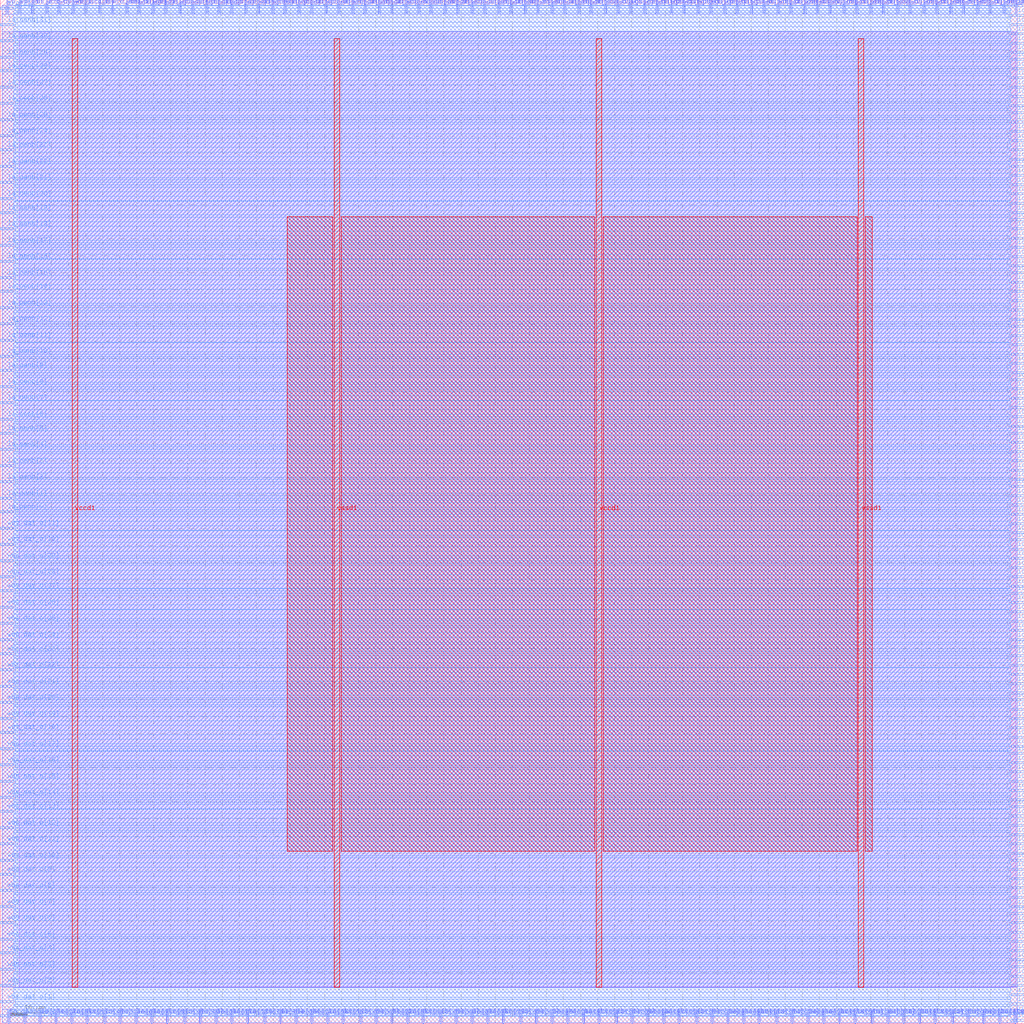
<source format=lef>
VERSION 5.7 ;
  NOWIREEXTENSIONATPIN ON ;
  DIVIDERCHAR "/" ;
  BUSBITCHARS "[]" ;
MACRO wrapped_newmot
  CLASS BLOCK ;
  FOREIGN wrapped_newmot ;
  ORIGIN 0.000 0.000 ;
  SIZE 300.000 BY 300.000 ;
  PIN active
    DIRECTION INPUT ;
    USE SIGNAL ;
    PORT
      LAYER met2 ;
        RECT 24.930 296.000 25.210 300.000 ;
    END
  END active
  PIN io_in[0]
    DIRECTION INPUT ;
    USE SIGNAL ;
    PORT
      LAYER met3 ;
        RECT 296.000 0.720 300.000 1.320 ;
    END
  END io_in[0]
  PIN io_in[10]
    DIRECTION INPUT ;
    USE SIGNAL ;
    PORT
      LAYER met3 ;
        RECT 296.000 78.920 300.000 79.520 ;
    END
  END io_in[10]
  PIN io_in[11]
    DIRECTION INPUT ;
    USE SIGNAL ;
    PORT
      LAYER met3 ;
        RECT 296.000 86.400 300.000 87.000 ;
    END
  END io_in[11]
  PIN io_in[12]
    DIRECTION INPUT ;
    USE SIGNAL ;
    PORT
      LAYER met3 ;
        RECT 296.000 94.560 300.000 95.160 ;
    END
  END io_in[12]
  PIN io_in[13]
    DIRECTION INPUT ;
    USE SIGNAL ;
    PORT
      LAYER met3 ;
        RECT 296.000 102.040 300.000 102.640 ;
    END
  END io_in[13]
  PIN io_in[14]
    DIRECTION INPUT ;
    USE SIGNAL ;
    PORT
      LAYER met3 ;
        RECT 296.000 110.200 300.000 110.800 ;
    END
  END io_in[14]
  PIN io_in[15]
    DIRECTION INPUT ;
    USE SIGNAL ;
    PORT
      LAYER met3 ;
        RECT 296.000 117.680 300.000 118.280 ;
    END
  END io_in[15]
  PIN io_in[16]
    DIRECTION INPUT ;
    USE SIGNAL ;
    PORT
      LAYER met3 ;
        RECT 296.000 125.840 300.000 126.440 ;
    END
  END io_in[16]
  PIN io_in[17]
    DIRECTION INPUT ;
    USE SIGNAL ;
    PORT
      LAYER met3 ;
        RECT 296.000 133.320 300.000 133.920 ;
    END
  END io_in[17]
  PIN io_in[18]
    DIRECTION INPUT ;
    USE SIGNAL ;
    PORT
      LAYER met3 ;
        RECT 296.000 141.480 300.000 142.080 ;
    END
  END io_in[18]
  PIN io_in[19]
    DIRECTION INPUT ;
    USE SIGNAL ;
    PORT
      LAYER met3 ;
        RECT 296.000 148.960 300.000 149.560 ;
    END
  END io_in[19]
  PIN io_in[1]
    DIRECTION INPUT ;
    USE SIGNAL ;
    PORT
      LAYER met3 ;
        RECT 296.000 8.200 300.000 8.800 ;
    END
  END io_in[1]
  PIN io_in[20]
    DIRECTION INPUT ;
    USE SIGNAL ;
    PORT
      LAYER met3 ;
        RECT 296.000 157.120 300.000 157.720 ;
    END
  END io_in[20]
  PIN io_in[21]
    DIRECTION INPUT ;
    USE SIGNAL ;
    PORT
      LAYER met3 ;
        RECT 296.000 164.600 300.000 165.200 ;
    END
  END io_in[21]
  PIN io_in[22]
    DIRECTION INPUT ;
    USE SIGNAL ;
    PORT
      LAYER met3 ;
        RECT 296.000 172.760 300.000 173.360 ;
    END
  END io_in[22]
  PIN io_in[23]
    DIRECTION INPUT ;
    USE SIGNAL ;
    PORT
      LAYER met3 ;
        RECT 296.000 180.240 300.000 180.840 ;
    END
  END io_in[23]
  PIN io_in[24]
    DIRECTION INPUT ;
    USE SIGNAL ;
    PORT
      LAYER met3 ;
        RECT 296.000 188.400 300.000 189.000 ;
    END
  END io_in[24]
  PIN io_in[25]
    DIRECTION INPUT ;
    USE SIGNAL ;
    PORT
      LAYER met3 ;
        RECT 296.000 195.880 300.000 196.480 ;
    END
  END io_in[25]
  PIN io_in[26]
    DIRECTION INPUT ;
    USE SIGNAL ;
    PORT
      LAYER met3 ;
        RECT 296.000 204.040 300.000 204.640 ;
    END
  END io_in[26]
  PIN io_in[27]
    DIRECTION INPUT ;
    USE SIGNAL ;
    PORT
      LAYER met3 ;
        RECT 296.000 211.520 300.000 212.120 ;
    END
  END io_in[27]
  PIN io_in[28]
    DIRECTION INPUT ;
    USE SIGNAL ;
    PORT
      LAYER met3 ;
        RECT 296.000 219.680 300.000 220.280 ;
    END
  END io_in[28]
  PIN io_in[29]
    DIRECTION INPUT ;
    USE SIGNAL ;
    PORT
      LAYER met3 ;
        RECT 296.000 227.160 300.000 227.760 ;
    END
  END io_in[29]
  PIN io_in[2]
    DIRECTION INPUT ;
    USE SIGNAL ;
    PORT
      LAYER met3 ;
        RECT 296.000 16.360 300.000 16.960 ;
    END
  END io_in[2]
  PIN io_in[30]
    DIRECTION INPUT ;
    USE SIGNAL ;
    PORT
      LAYER met3 ;
        RECT 296.000 235.320 300.000 235.920 ;
    END
  END io_in[30]
  PIN io_in[31]
    DIRECTION INPUT ;
    USE SIGNAL ;
    PORT
      LAYER met3 ;
        RECT 296.000 242.800 300.000 243.400 ;
    END
  END io_in[31]
  PIN io_in[32]
    DIRECTION INPUT ;
    USE SIGNAL ;
    PORT
      LAYER met3 ;
        RECT 296.000 250.960 300.000 251.560 ;
    END
  END io_in[32]
  PIN io_in[33]
    DIRECTION INPUT ;
    USE SIGNAL ;
    PORT
      LAYER met3 ;
        RECT 296.000 258.440 300.000 259.040 ;
    END
  END io_in[33]
  PIN io_in[34]
    DIRECTION INPUT ;
    USE SIGNAL ;
    PORT
      LAYER met3 ;
        RECT 296.000 266.600 300.000 267.200 ;
    END
  END io_in[34]
  PIN io_in[35]
    DIRECTION INPUT ;
    USE SIGNAL ;
    PORT
      LAYER met3 ;
        RECT 296.000 274.080 300.000 274.680 ;
    END
  END io_in[35]
  PIN io_in[36]
    DIRECTION INPUT ;
    USE SIGNAL ;
    PORT
      LAYER met3 ;
        RECT 296.000 282.240 300.000 282.840 ;
    END
  END io_in[36]
  PIN io_in[37]
    DIRECTION INPUT ;
    USE SIGNAL ;
    PORT
      LAYER met3 ;
        RECT 296.000 289.720 300.000 290.320 ;
    END
  END io_in[37]
  PIN io_in[3]
    DIRECTION INPUT ;
    USE SIGNAL ;
    PORT
      LAYER met3 ;
        RECT 296.000 23.840 300.000 24.440 ;
    END
  END io_in[3]
  PIN io_in[4]
    DIRECTION INPUT ;
    USE SIGNAL ;
    PORT
      LAYER met3 ;
        RECT 296.000 32.000 300.000 32.600 ;
    END
  END io_in[4]
  PIN io_in[5]
    DIRECTION INPUT ;
    USE SIGNAL ;
    PORT
      LAYER met3 ;
        RECT 296.000 39.480 300.000 40.080 ;
    END
  END io_in[5]
  PIN io_in[6]
    DIRECTION INPUT ;
    USE SIGNAL ;
    PORT
      LAYER met3 ;
        RECT 296.000 47.640 300.000 48.240 ;
    END
  END io_in[6]
  PIN io_in[7]
    DIRECTION INPUT ;
    USE SIGNAL ;
    PORT
      LAYER met3 ;
        RECT 296.000 55.120 300.000 55.720 ;
    END
  END io_in[7]
  PIN io_in[8]
    DIRECTION INPUT ;
    USE SIGNAL ;
    PORT
      LAYER met3 ;
        RECT 296.000 63.280 300.000 63.880 ;
    END
  END io_in[8]
  PIN io_in[9]
    DIRECTION INPUT ;
    USE SIGNAL ;
    PORT
      LAYER met3 ;
        RECT 296.000 70.760 300.000 71.360 ;
    END
  END io_in[9]
  PIN io_oeb[0]
    DIRECTION OUTPUT TRISTATE ;
    USE SIGNAL ;
    PORT
      LAYER met3 ;
        RECT 296.000 5.480 300.000 6.080 ;
    END
  END io_oeb[0]
  PIN io_oeb[10]
    DIRECTION OUTPUT TRISTATE ;
    USE SIGNAL ;
    PORT
      LAYER met3 ;
        RECT 296.000 83.680 300.000 84.280 ;
    END
  END io_oeb[10]
  PIN io_oeb[11]
    DIRECTION OUTPUT TRISTATE ;
    USE SIGNAL ;
    PORT
      LAYER met3 ;
        RECT 296.000 91.840 300.000 92.440 ;
    END
  END io_oeb[11]
  PIN io_oeb[12]
    DIRECTION OUTPUT TRISTATE ;
    USE SIGNAL ;
    PORT
      LAYER met3 ;
        RECT 296.000 99.320 300.000 99.920 ;
    END
  END io_oeb[12]
  PIN io_oeb[13]
    DIRECTION OUTPUT TRISTATE ;
    USE SIGNAL ;
    PORT
      LAYER met3 ;
        RECT 296.000 107.480 300.000 108.080 ;
    END
  END io_oeb[13]
  PIN io_oeb[14]
    DIRECTION OUTPUT TRISTATE ;
    USE SIGNAL ;
    PORT
      LAYER met3 ;
        RECT 296.000 114.960 300.000 115.560 ;
    END
  END io_oeb[14]
  PIN io_oeb[15]
    DIRECTION OUTPUT TRISTATE ;
    USE SIGNAL ;
    PORT
      LAYER met3 ;
        RECT 296.000 123.120 300.000 123.720 ;
    END
  END io_oeb[15]
  PIN io_oeb[16]
    DIRECTION OUTPUT TRISTATE ;
    USE SIGNAL ;
    PORT
      LAYER met3 ;
        RECT 296.000 130.600 300.000 131.200 ;
    END
  END io_oeb[16]
  PIN io_oeb[17]
    DIRECTION OUTPUT TRISTATE ;
    USE SIGNAL ;
    PORT
      LAYER met3 ;
        RECT 296.000 138.760 300.000 139.360 ;
    END
  END io_oeb[17]
  PIN io_oeb[18]
    DIRECTION OUTPUT TRISTATE ;
    USE SIGNAL ;
    PORT
      LAYER met3 ;
        RECT 296.000 146.240 300.000 146.840 ;
    END
  END io_oeb[18]
  PIN io_oeb[19]
    DIRECTION OUTPUT TRISTATE ;
    USE SIGNAL ;
    PORT
      LAYER met3 ;
        RECT 296.000 154.400 300.000 155.000 ;
    END
  END io_oeb[19]
  PIN io_oeb[1]
    DIRECTION OUTPUT TRISTATE ;
    USE SIGNAL ;
    PORT
      LAYER met3 ;
        RECT 296.000 13.640 300.000 14.240 ;
    END
  END io_oeb[1]
  PIN io_oeb[20]
    DIRECTION OUTPUT TRISTATE ;
    USE SIGNAL ;
    PORT
      LAYER met3 ;
        RECT 296.000 161.880 300.000 162.480 ;
    END
  END io_oeb[20]
  PIN io_oeb[21]
    DIRECTION OUTPUT TRISTATE ;
    USE SIGNAL ;
    PORT
      LAYER met3 ;
        RECT 296.000 170.040 300.000 170.640 ;
    END
  END io_oeb[21]
  PIN io_oeb[22]
    DIRECTION OUTPUT TRISTATE ;
    USE SIGNAL ;
    PORT
      LAYER met3 ;
        RECT 296.000 177.520 300.000 178.120 ;
    END
  END io_oeb[22]
  PIN io_oeb[23]
    DIRECTION OUTPUT TRISTATE ;
    USE SIGNAL ;
    PORT
      LAYER met3 ;
        RECT 296.000 185.680 300.000 186.280 ;
    END
  END io_oeb[23]
  PIN io_oeb[24]
    DIRECTION OUTPUT TRISTATE ;
    USE SIGNAL ;
    PORT
      LAYER met3 ;
        RECT 296.000 193.160 300.000 193.760 ;
    END
  END io_oeb[24]
  PIN io_oeb[25]
    DIRECTION OUTPUT TRISTATE ;
    USE SIGNAL ;
    PORT
      LAYER met3 ;
        RECT 296.000 201.320 300.000 201.920 ;
    END
  END io_oeb[25]
  PIN io_oeb[26]
    DIRECTION OUTPUT TRISTATE ;
    USE SIGNAL ;
    PORT
      LAYER met3 ;
        RECT 296.000 208.800 300.000 209.400 ;
    END
  END io_oeb[26]
  PIN io_oeb[27]
    DIRECTION OUTPUT TRISTATE ;
    USE SIGNAL ;
    PORT
      LAYER met3 ;
        RECT 296.000 216.960 300.000 217.560 ;
    END
  END io_oeb[27]
  PIN io_oeb[28]
    DIRECTION OUTPUT TRISTATE ;
    USE SIGNAL ;
    PORT
      LAYER met3 ;
        RECT 296.000 224.440 300.000 225.040 ;
    END
  END io_oeb[28]
  PIN io_oeb[29]
    DIRECTION OUTPUT TRISTATE ;
    USE SIGNAL ;
    PORT
      LAYER met3 ;
        RECT 296.000 232.600 300.000 233.200 ;
    END
  END io_oeb[29]
  PIN io_oeb[2]
    DIRECTION OUTPUT TRISTATE ;
    USE SIGNAL ;
    PORT
      LAYER met3 ;
        RECT 296.000 21.120 300.000 21.720 ;
    END
  END io_oeb[2]
  PIN io_oeb[30]
    DIRECTION OUTPUT TRISTATE ;
    USE SIGNAL ;
    PORT
      LAYER met3 ;
        RECT 296.000 240.080 300.000 240.680 ;
    END
  END io_oeb[30]
  PIN io_oeb[31]
    DIRECTION OUTPUT TRISTATE ;
    USE SIGNAL ;
    PORT
      LAYER met3 ;
        RECT 296.000 248.240 300.000 248.840 ;
    END
  END io_oeb[31]
  PIN io_oeb[32]
    DIRECTION OUTPUT TRISTATE ;
    USE SIGNAL ;
    PORT
      LAYER met3 ;
        RECT 296.000 255.720 300.000 256.320 ;
    END
  END io_oeb[32]
  PIN io_oeb[33]
    DIRECTION OUTPUT TRISTATE ;
    USE SIGNAL ;
    PORT
      LAYER met3 ;
        RECT 296.000 263.880 300.000 264.480 ;
    END
  END io_oeb[33]
  PIN io_oeb[34]
    DIRECTION OUTPUT TRISTATE ;
    USE SIGNAL ;
    PORT
      LAYER met3 ;
        RECT 296.000 271.360 300.000 271.960 ;
    END
  END io_oeb[34]
  PIN io_oeb[35]
    DIRECTION OUTPUT TRISTATE ;
    USE SIGNAL ;
    PORT
      LAYER met3 ;
        RECT 296.000 279.520 300.000 280.120 ;
    END
  END io_oeb[35]
  PIN io_oeb[36]
    DIRECTION OUTPUT TRISTATE ;
    USE SIGNAL ;
    PORT
      LAYER met3 ;
        RECT 296.000 287.000 300.000 287.600 ;
    END
  END io_oeb[36]
  PIN io_oeb[37]
    DIRECTION OUTPUT TRISTATE ;
    USE SIGNAL ;
    PORT
      LAYER met3 ;
        RECT 296.000 295.160 300.000 295.760 ;
    END
  END io_oeb[37]
  PIN io_oeb[3]
    DIRECTION OUTPUT TRISTATE ;
    USE SIGNAL ;
    PORT
      LAYER met3 ;
        RECT 296.000 29.280 300.000 29.880 ;
    END
  END io_oeb[3]
  PIN io_oeb[4]
    DIRECTION OUTPUT TRISTATE ;
    USE SIGNAL ;
    PORT
      LAYER met3 ;
        RECT 296.000 36.760 300.000 37.360 ;
    END
  END io_oeb[4]
  PIN io_oeb[5]
    DIRECTION OUTPUT TRISTATE ;
    USE SIGNAL ;
    PORT
      LAYER met3 ;
        RECT 296.000 44.920 300.000 45.520 ;
    END
  END io_oeb[5]
  PIN io_oeb[6]
    DIRECTION OUTPUT TRISTATE ;
    USE SIGNAL ;
    PORT
      LAYER met3 ;
        RECT 296.000 52.400 300.000 53.000 ;
    END
  END io_oeb[6]
  PIN io_oeb[7]
    DIRECTION OUTPUT TRISTATE ;
    USE SIGNAL ;
    PORT
      LAYER met3 ;
        RECT 296.000 60.560 300.000 61.160 ;
    END
  END io_oeb[7]
  PIN io_oeb[8]
    DIRECTION OUTPUT TRISTATE ;
    USE SIGNAL ;
    PORT
      LAYER met3 ;
        RECT 296.000 68.040 300.000 68.640 ;
    END
  END io_oeb[8]
  PIN io_oeb[9]
    DIRECTION OUTPUT TRISTATE ;
    USE SIGNAL ;
    PORT
      LAYER met3 ;
        RECT 296.000 76.200 300.000 76.800 ;
    END
  END io_oeb[9]
  PIN io_out[0]
    DIRECTION OUTPUT TRISTATE ;
    USE SIGNAL ;
    PORT
      LAYER met3 ;
        RECT 296.000 2.760 300.000 3.360 ;
    END
  END io_out[0]
  PIN io_out[10]
    DIRECTION OUTPUT TRISTATE ;
    USE SIGNAL ;
    PORT
      LAYER met3 ;
        RECT 296.000 80.960 300.000 81.560 ;
    END
  END io_out[10]
  PIN io_out[11]
    DIRECTION OUTPUT TRISTATE ;
    USE SIGNAL ;
    PORT
      LAYER met3 ;
        RECT 296.000 89.120 300.000 89.720 ;
    END
  END io_out[11]
  PIN io_out[12]
    DIRECTION OUTPUT TRISTATE ;
    USE SIGNAL ;
    PORT
      LAYER met3 ;
        RECT 296.000 96.600 300.000 97.200 ;
    END
  END io_out[12]
  PIN io_out[13]
    DIRECTION OUTPUT TRISTATE ;
    USE SIGNAL ;
    PORT
      LAYER met3 ;
        RECT 296.000 104.760 300.000 105.360 ;
    END
  END io_out[13]
  PIN io_out[14]
    DIRECTION OUTPUT TRISTATE ;
    USE SIGNAL ;
    PORT
      LAYER met3 ;
        RECT 296.000 112.240 300.000 112.840 ;
    END
  END io_out[14]
  PIN io_out[15]
    DIRECTION OUTPUT TRISTATE ;
    USE SIGNAL ;
    PORT
      LAYER met3 ;
        RECT 296.000 120.400 300.000 121.000 ;
    END
  END io_out[15]
  PIN io_out[16]
    DIRECTION OUTPUT TRISTATE ;
    USE SIGNAL ;
    PORT
      LAYER met3 ;
        RECT 296.000 127.880 300.000 128.480 ;
    END
  END io_out[16]
  PIN io_out[17]
    DIRECTION OUTPUT TRISTATE ;
    USE SIGNAL ;
    PORT
      LAYER met3 ;
        RECT 296.000 136.040 300.000 136.640 ;
    END
  END io_out[17]
  PIN io_out[18]
    DIRECTION OUTPUT TRISTATE ;
    USE SIGNAL ;
    PORT
      LAYER met3 ;
        RECT 296.000 143.520 300.000 144.120 ;
    END
  END io_out[18]
  PIN io_out[19]
    DIRECTION OUTPUT TRISTATE ;
    USE SIGNAL ;
    PORT
      LAYER met3 ;
        RECT 296.000 151.680 300.000 152.280 ;
    END
  END io_out[19]
  PIN io_out[1]
    DIRECTION OUTPUT TRISTATE ;
    USE SIGNAL ;
    PORT
      LAYER met3 ;
        RECT 296.000 10.920 300.000 11.520 ;
    END
  END io_out[1]
  PIN io_out[20]
    DIRECTION OUTPUT TRISTATE ;
    USE SIGNAL ;
    PORT
      LAYER met3 ;
        RECT 296.000 159.160 300.000 159.760 ;
    END
  END io_out[20]
  PIN io_out[21]
    DIRECTION OUTPUT TRISTATE ;
    USE SIGNAL ;
    PORT
      LAYER met3 ;
        RECT 296.000 167.320 300.000 167.920 ;
    END
  END io_out[21]
  PIN io_out[22]
    DIRECTION OUTPUT TRISTATE ;
    USE SIGNAL ;
    PORT
      LAYER met3 ;
        RECT 296.000 174.800 300.000 175.400 ;
    END
  END io_out[22]
  PIN io_out[23]
    DIRECTION OUTPUT TRISTATE ;
    USE SIGNAL ;
    PORT
      LAYER met3 ;
        RECT 296.000 182.960 300.000 183.560 ;
    END
  END io_out[23]
  PIN io_out[24]
    DIRECTION OUTPUT TRISTATE ;
    USE SIGNAL ;
    PORT
      LAYER met3 ;
        RECT 296.000 190.440 300.000 191.040 ;
    END
  END io_out[24]
  PIN io_out[25]
    DIRECTION OUTPUT TRISTATE ;
    USE SIGNAL ;
    PORT
      LAYER met3 ;
        RECT 296.000 198.600 300.000 199.200 ;
    END
  END io_out[25]
  PIN io_out[26]
    DIRECTION OUTPUT TRISTATE ;
    USE SIGNAL ;
    PORT
      LAYER met3 ;
        RECT 296.000 206.080 300.000 206.680 ;
    END
  END io_out[26]
  PIN io_out[27]
    DIRECTION OUTPUT TRISTATE ;
    USE SIGNAL ;
    PORT
      LAYER met3 ;
        RECT 296.000 214.240 300.000 214.840 ;
    END
  END io_out[27]
  PIN io_out[28]
    DIRECTION OUTPUT TRISTATE ;
    USE SIGNAL ;
    PORT
      LAYER met3 ;
        RECT 296.000 221.720 300.000 222.320 ;
    END
  END io_out[28]
  PIN io_out[29]
    DIRECTION OUTPUT TRISTATE ;
    USE SIGNAL ;
    PORT
      LAYER met3 ;
        RECT 296.000 229.880 300.000 230.480 ;
    END
  END io_out[29]
  PIN io_out[2]
    DIRECTION OUTPUT TRISTATE ;
    USE SIGNAL ;
    PORT
      LAYER met3 ;
        RECT 296.000 18.400 300.000 19.000 ;
    END
  END io_out[2]
  PIN io_out[30]
    DIRECTION OUTPUT TRISTATE ;
    USE SIGNAL ;
    PORT
      LAYER met3 ;
        RECT 296.000 237.360 300.000 237.960 ;
    END
  END io_out[30]
  PIN io_out[31]
    DIRECTION OUTPUT TRISTATE ;
    USE SIGNAL ;
    PORT
      LAYER met3 ;
        RECT 296.000 245.520 300.000 246.120 ;
    END
  END io_out[31]
  PIN io_out[32]
    DIRECTION OUTPUT TRISTATE ;
    USE SIGNAL ;
    PORT
      LAYER met3 ;
        RECT 296.000 253.000 300.000 253.600 ;
    END
  END io_out[32]
  PIN io_out[33]
    DIRECTION OUTPUT TRISTATE ;
    USE SIGNAL ;
    PORT
      LAYER met3 ;
        RECT 296.000 261.160 300.000 261.760 ;
    END
  END io_out[33]
  PIN io_out[34]
    DIRECTION OUTPUT TRISTATE ;
    USE SIGNAL ;
    PORT
      LAYER met3 ;
        RECT 296.000 268.640 300.000 269.240 ;
    END
  END io_out[34]
  PIN io_out[35]
    DIRECTION OUTPUT TRISTATE ;
    USE SIGNAL ;
    PORT
      LAYER met3 ;
        RECT 296.000 276.800 300.000 277.400 ;
    END
  END io_out[35]
  PIN io_out[36]
    DIRECTION OUTPUT TRISTATE ;
    USE SIGNAL ;
    PORT
      LAYER met3 ;
        RECT 296.000 284.280 300.000 284.880 ;
    END
  END io_out[36]
  PIN io_out[37]
    DIRECTION OUTPUT TRISTATE ;
    USE SIGNAL ;
    PORT
      LAYER met3 ;
        RECT 296.000 292.440 300.000 293.040 ;
    END
  END io_out[37]
  PIN io_out[3]
    DIRECTION OUTPUT TRISTATE ;
    USE SIGNAL ;
    PORT
      LAYER met3 ;
        RECT 296.000 26.560 300.000 27.160 ;
    END
  END io_out[3]
  PIN io_out[4]
    DIRECTION OUTPUT TRISTATE ;
    USE SIGNAL ;
    PORT
      LAYER met3 ;
        RECT 296.000 34.040 300.000 34.640 ;
    END
  END io_out[4]
  PIN io_out[5]
    DIRECTION OUTPUT TRISTATE ;
    USE SIGNAL ;
    PORT
      LAYER met3 ;
        RECT 296.000 42.200 300.000 42.800 ;
    END
  END io_out[5]
  PIN io_out[6]
    DIRECTION OUTPUT TRISTATE ;
    USE SIGNAL ;
    PORT
      LAYER met3 ;
        RECT 296.000 49.680 300.000 50.280 ;
    END
  END io_out[6]
  PIN io_out[7]
    DIRECTION OUTPUT TRISTATE ;
    USE SIGNAL ;
    PORT
      LAYER met3 ;
        RECT 296.000 57.840 300.000 58.440 ;
    END
  END io_out[7]
  PIN io_out[8]
    DIRECTION OUTPUT TRISTATE ;
    USE SIGNAL ;
    PORT
      LAYER met3 ;
        RECT 296.000 65.320 300.000 65.920 ;
    END
  END io_out[8]
  PIN io_out[9]
    DIRECTION OUTPUT TRISTATE ;
    USE SIGNAL ;
    PORT
      LAYER met3 ;
        RECT 296.000 73.480 300.000 74.080 ;
    END
  END io_out[9]
  PIN irq[0]
    DIRECTION OUTPUT TRISTATE ;
    USE SIGNAL ;
    PORT
      LAYER met3 ;
        RECT 296.000 297.880 300.000 298.480 ;
    END
  END irq[0]
  PIN irq[1]
    DIRECTION OUTPUT TRISTATE ;
    USE SIGNAL ;
    PORT
      LAYER met2 ;
        RECT 297.710 296.000 297.990 300.000 ;
    END
  END irq[1]
  PIN irq[2]
    DIRECTION OUTPUT TRISTATE ;
    USE SIGNAL ;
    PORT
      LAYER met3 ;
        RECT 0.000 297.200 4.000 297.800 ;
    END
  END irq[2]
  PIN la_data_in[0]
    DIRECTION INPUT ;
    USE SIGNAL ;
    PORT
      LAYER met2 ;
        RECT 2.390 0.000 2.670 4.000 ;
    END
  END la_data_in[0]
  PIN la_data_in[10]
    DIRECTION INPUT ;
    USE SIGNAL ;
    PORT
      LAYER met2 ;
        RECT 48.850 0.000 49.130 4.000 ;
    END
  END la_data_in[10]
  PIN la_data_in[11]
    DIRECTION INPUT ;
    USE SIGNAL ;
    PORT
      LAYER met2 ;
        RECT 53.910 0.000 54.190 4.000 ;
    END
  END la_data_in[11]
  PIN la_data_in[12]
    DIRECTION INPUT ;
    USE SIGNAL ;
    PORT
      LAYER met2 ;
        RECT 58.510 0.000 58.790 4.000 ;
    END
  END la_data_in[12]
  PIN la_data_in[13]
    DIRECTION INPUT ;
    USE SIGNAL ;
    PORT
      LAYER met2 ;
        RECT 63.110 0.000 63.390 4.000 ;
    END
  END la_data_in[13]
  PIN la_data_in[14]
    DIRECTION INPUT ;
    USE SIGNAL ;
    PORT
      LAYER met2 ;
        RECT 67.710 0.000 67.990 4.000 ;
    END
  END la_data_in[14]
  PIN la_data_in[15]
    DIRECTION INPUT ;
    USE SIGNAL ;
    PORT
      LAYER met2 ;
        RECT 72.310 0.000 72.590 4.000 ;
    END
  END la_data_in[15]
  PIN la_data_in[16]
    DIRECTION INPUT ;
    USE SIGNAL ;
    PORT
      LAYER met2 ;
        RECT 77.370 0.000 77.650 4.000 ;
    END
  END la_data_in[16]
  PIN la_data_in[17]
    DIRECTION INPUT ;
    USE SIGNAL ;
    PORT
      LAYER met2 ;
        RECT 81.970 0.000 82.250 4.000 ;
    END
  END la_data_in[17]
  PIN la_data_in[18]
    DIRECTION INPUT ;
    USE SIGNAL ;
    PORT
      LAYER met2 ;
        RECT 86.570 0.000 86.850 4.000 ;
    END
  END la_data_in[18]
  PIN la_data_in[19]
    DIRECTION INPUT ;
    USE SIGNAL ;
    PORT
      LAYER met2 ;
        RECT 91.170 0.000 91.450 4.000 ;
    END
  END la_data_in[19]
  PIN la_data_in[1]
    DIRECTION INPUT ;
    USE SIGNAL ;
    PORT
      LAYER met2 ;
        RECT 6.990 0.000 7.270 4.000 ;
    END
  END la_data_in[1]
  PIN la_data_in[20]
    DIRECTION INPUT ;
    USE SIGNAL ;
    PORT
      LAYER met2 ;
        RECT 95.770 0.000 96.050 4.000 ;
    END
  END la_data_in[20]
  PIN la_data_in[21]
    DIRECTION INPUT ;
    USE SIGNAL ;
    PORT
      LAYER met2 ;
        RECT 100.370 0.000 100.650 4.000 ;
    END
  END la_data_in[21]
  PIN la_data_in[22]
    DIRECTION INPUT ;
    USE SIGNAL ;
    PORT
      LAYER met2 ;
        RECT 105.430 0.000 105.710 4.000 ;
    END
  END la_data_in[22]
  PIN la_data_in[23]
    DIRECTION INPUT ;
    USE SIGNAL ;
    PORT
      LAYER met2 ;
        RECT 110.030 0.000 110.310 4.000 ;
    END
  END la_data_in[23]
  PIN la_data_in[24]
    DIRECTION INPUT ;
    USE SIGNAL ;
    PORT
      LAYER met2 ;
        RECT 114.630 0.000 114.910 4.000 ;
    END
  END la_data_in[24]
  PIN la_data_in[25]
    DIRECTION INPUT ;
    USE SIGNAL ;
    PORT
      LAYER met2 ;
        RECT 119.230 0.000 119.510 4.000 ;
    END
  END la_data_in[25]
  PIN la_data_in[26]
    DIRECTION INPUT ;
    USE SIGNAL ;
    PORT
      LAYER met2 ;
        RECT 123.830 0.000 124.110 4.000 ;
    END
  END la_data_in[26]
  PIN la_data_in[27]
    DIRECTION INPUT ;
    USE SIGNAL ;
    PORT
      LAYER met2 ;
        RECT 128.890 0.000 129.170 4.000 ;
    END
  END la_data_in[27]
  PIN la_data_in[28]
    DIRECTION INPUT ;
    USE SIGNAL ;
    PORT
      LAYER met2 ;
        RECT 133.490 0.000 133.770 4.000 ;
    END
  END la_data_in[28]
  PIN la_data_in[29]
    DIRECTION INPUT ;
    USE SIGNAL ;
    PORT
      LAYER met2 ;
        RECT 138.090 0.000 138.370 4.000 ;
    END
  END la_data_in[29]
  PIN la_data_in[2]
    DIRECTION INPUT ;
    USE SIGNAL ;
    PORT
      LAYER met2 ;
        RECT 11.590 0.000 11.870 4.000 ;
    END
  END la_data_in[2]
  PIN la_data_in[30]
    DIRECTION INPUT ;
    USE SIGNAL ;
    PORT
      LAYER met2 ;
        RECT 142.690 0.000 142.970 4.000 ;
    END
  END la_data_in[30]
  PIN la_data_in[31]
    DIRECTION INPUT ;
    USE SIGNAL ;
    PORT
      LAYER met2 ;
        RECT 147.290 0.000 147.570 4.000 ;
    END
  END la_data_in[31]
  PIN la_data_in[3]
    DIRECTION INPUT ;
    USE SIGNAL ;
    PORT
      LAYER met2 ;
        RECT 16.190 0.000 16.470 4.000 ;
    END
  END la_data_in[3]
  PIN la_data_in[4]
    DIRECTION INPUT ;
    USE SIGNAL ;
    PORT
      LAYER met2 ;
        RECT 20.790 0.000 21.070 4.000 ;
    END
  END la_data_in[4]
  PIN la_data_in[5]
    DIRECTION INPUT ;
    USE SIGNAL ;
    PORT
      LAYER met2 ;
        RECT 25.390 0.000 25.670 4.000 ;
    END
  END la_data_in[5]
  PIN la_data_in[6]
    DIRECTION INPUT ;
    USE SIGNAL ;
    PORT
      LAYER met2 ;
        RECT 30.450 0.000 30.730 4.000 ;
    END
  END la_data_in[6]
  PIN la_data_in[7]
    DIRECTION INPUT ;
    USE SIGNAL ;
    PORT
      LAYER met2 ;
        RECT 35.050 0.000 35.330 4.000 ;
    END
  END la_data_in[7]
  PIN la_data_in[8]
    DIRECTION INPUT ;
    USE SIGNAL ;
    PORT
      LAYER met2 ;
        RECT 39.650 0.000 39.930 4.000 ;
    END
  END la_data_in[8]
  PIN la_data_in[9]
    DIRECTION INPUT ;
    USE SIGNAL ;
    PORT
      LAYER met2 ;
        RECT 44.250 0.000 44.530 4.000 ;
    END
  END la_data_in[9]
  PIN la_data_out[0]
    DIRECTION OUTPUT TRISTATE ;
    USE SIGNAL ;
    PORT
      LAYER met2 ;
        RECT 152.350 0.000 152.630 4.000 ;
    END
  END la_data_out[0]
  PIN la_data_out[10]
    DIRECTION OUTPUT TRISTATE ;
    USE SIGNAL ;
    PORT
      LAYER met2 ;
        RECT 198.810 0.000 199.090 4.000 ;
    END
  END la_data_out[10]
  PIN la_data_out[11]
    DIRECTION OUTPUT TRISTATE ;
    USE SIGNAL ;
    PORT
      LAYER met2 ;
        RECT 203.870 0.000 204.150 4.000 ;
    END
  END la_data_out[11]
  PIN la_data_out[12]
    DIRECTION OUTPUT TRISTATE ;
    USE SIGNAL ;
    PORT
      LAYER met2 ;
        RECT 208.470 0.000 208.750 4.000 ;
    END
  END la_data_out[12]
  PIN la_data_out[13]
    DIRECTION OUTPUT TRISTATE ;
    USE SIGNAL ;
    PORT
      LAYER met2 ;
        RECT 213.070 0.000 213.350 4.000 ;
    END
  END la_data_out[13]
  PIN la_data_out[14]
    DIRECTION OUTPUT TRISTATE ;
    USE SIGNAL ;
    PORT
      LAYER met2 ;
        RECT 217.670 0.000 217.950 4.000 ;
    END
  END la_data_out[14]
  PIN la_data_out[15]
    DIRECTION OUTPUT TRISTATE ;
    USE SIGNAL ;
    PORT
      LAYER met2 ;
        RECT 222.270 0.000 222.550 4.000 ;
    END
  END la_data_out[15]
  PIN la_data_out[16]
    DIRECTION OUTPUT TRISTATE ;
    USE SIGNAL ;
    PORT
      LAYER met2 ;
        RECT 227.330 0.000 227.610 4.000 ;
    END
  END la_data_out[16]
  PIN la_data_out[17]
    DIRECTION OUTPUT TRISTATE ;
    USE SIGNAL ;
    PORT
      LAYER met2 ;
        RECT 231.930 0.000 232.210 4.000 ;
    END
  END la_data_out[17]
  PIN la_data_out[18]
    DIRECTION OUTPUT TRISTATE ;
    USE SIGNAL ;
    PORT
      LAYER met2 ;
        RECT 236.530 0.000 236.810 4.000 ;
    END
  END la_data_out[18]
  PIN la_data_out[19]
    DIRECTION OUTPUT TRISTATE ;
    USE SIGNAL ;
    PORT
      LAYER met2 ;
        RECT 241.130 0.000 241.410 4.000 ;
    END
  END la_data_out[19]
  PIN la_data_out[1]
    DIRECTION OUTPUT TRISTATE ;
    USE SIGNAL ;
    PORT
      LAYER met2 ;
        RECT 156.950 0.000 157.230 4.000 ;
    END
  END la_data_out[1]
  PIN la_data_out[20]
    DIRECTION OUTPUT TRISTATE ;
    USE SIGNAL ;
    PORT
      LAYER met2 ;
        RECT 245.730 0.000 246.010 4.000 ;
    END
  END la_data_out[20]
  PIN la_data_out[21]
    DIRECTION OUTPUT TRISTATE ;
    USE SIGNAL ;
    PORT
      LAYER met2 ;
        RECT 250.330 0.000 250.610 4.000 ;
    END
  END la_data_out[21]
  PIN la_data_out[22]
    DIRECTION OUTPUT TRISTATE ;
    USE SIGNAL ;
    PORT
      LAYER met2 ;
        RECT 255.390 0.000 255.670 4.000 ;
    END
  END la_data_out[22]
  PIN la_data_out[23]
    DIRECTION OUTPUT TRISTATE ;
    USE SIGNAL ;
    PORT
      LAYER met2 ;
        RECT 259.990 0.000 260.270 4.000 ;
    END
  END la_data_out[23]
  PIN la_data_out[24]
    DIRECTION OUTPUT TRISTATE ;
    USE SIGNAL ;
    PORT
      LAYER met2 ;
        RECT 264.590 0.000 264.870 4.000 ;
    END
  END la_data_out[24]
  PIN la_data_out[25]
    DIRECTION OUTPUT TRISTATE ;
    USE SIGNAL ;
    PORT
      LAYER met2 ;
        RECT 269.190 0.000 269.470 4.000 ;
    END
  END la_data_out[25]
  PIN la_data_out[26]
    DIRECTION OUTPUT TRISTATE ;
    USE SIGNAL ;
    PORT
      LAYER met2 ;
        RECT 273.790 0.000 274.070 4.000 ;
    END
  END la_data_out[26]
  PIN la_data_out[27]
    DIRECTION OUTPUT TRISTATE ;
    USE SIGNAL ;
    PORT
      LAYER met2 ;
        RECT 278.850 0.000 279.130 4.000 ;
    END
  END la_data_out[27]
  PIN la_data_out[28]
    DIRECTION OUTPUT TRISTATE ;
    USE SIGNAL ;
    PORT
      LAYER met2 ;
        RECT 283.450 0.000 283.730 4.000 ;
    END
  END la_data_out[28]
  PIN la_data_out[29]
    DIRECTION OUTPUT TRISTATE ;
    USE SIGNAL ;
    PORT
      LAYER met2 ;
        RECT 288.050 0.000 288.330 4.000 ;
    END
  END la_data_out[29]
  PIN la_data_out[2]
    DIRECTION OUTPUT TRISTATE ;
    USE SIGNAL ;
    PORT
      LAYER met2 ;
        RECT 161.550 0.000 161.830 4.000 ;
    END
  END la_data_out[2]
  PIN la_data_out[30]
    DIRECTION OUTPUT TRISTATE ;
    USE SIGNAL ;
    PORT
      LAYER met2 ;
        RECT 292.650 0.000 292.930 4.000 ;
    END
  END la_data_out[30]
  PIN la_data_out[31]
    DIRECTION OUTPUT TRISTATE ;
    USE SIGNAL ;
    PORT
      LAYER met2 ;
        RECT 297.250 0.000 297.530 4.000 ;
    END
  END la_data_out[31]
  PIN la_data_out[3]
    DIRECTION OUTPUT TRISTATE ;
    USE SIGNAL ;
    PORT
      LAYER met2 ;
        RECT 166.150 0.000 166.430 4.000 ;
    END
  END la_data_out[3]
  PIN la_data_out[4]
    DIRECTION OUTPUT TRISTATE ;
    USE SIGNAL ;
    PORT
      LAYER met2 ;
        RECT 170.750 0.000 171.030 4.000 ;
    END
  END la_data_out[4]
  PIN la_data_out[5]
    DIRECTION OUTPUT TRISTATE ;
    USE SIGNAL ;
    PORT
      LAYER met2 ;
        RECT 175.350 0.000 175.630 4.000 ;
    END
  END la_data_out[5]
  PIN la_data_out[6]
    DIRECTION OUTPUT TRISTATE ;
    USE SIGNAL ;
    PORT
      LAYER met2 ;
        RECT 180.410 0.000 180.690 4.000 ;
    END
  END la_data_out[6]
  PIN la_data_out[7]
    DIRECTION OUTPUT TRISTATE ;
    USE SIGNAL ;
    PORT
      LAYER met2 ;
        RECT 185.010 0.000 185.290 4.000 ;
    END
  END la_data_out[7]
  PIN la_data_out[8]
    DIRECTION OUTPUT TRISTATE ;
    USE SIGNAL ;
    PORT
      LAYER met2 ;
        RECT 189.610 0.000 189.890 4.000 ;
    END
  END la_data_out[8]
  PIN la_data_out[9]
    DIRECTION OUTPUT TRISTATE ;
    USE SIGNAL ;
    PORT
      LAYER met2 ;
        RECT 194.210 0.000 194.490 4.000 ;
    END
  END la_data_out[9]
  PIN la_oenb[0]
    DIRECTION INPUT ;
    USE SIGNAL ;
    PORT
      LAYER met3 ;
        RECT 0.000 149.640 4.000 150.240 ;
    END
  END la_oenb[0]
  PIN la_oenb[10]
    DIRECTION INPUT ;
    USE SIGNAL ;
    PORT
      LAYER met3 ;
        RECT 0.000 195.200 4.000 195.800 ;
    END
  END la_oenb[10]
  PIN la_oenb[11]
    DIRECTION INPUT ;
    USE SIGNAL ;
    PORT
      LAYER met3 ;
        RECT 0.000 199.960 4.000 200.560 ;
    END
  END la_oenb[11]
  PIN la_oenb[12]
    DIRECTION INPUT ;
    USE SIGNAL ;
    PORT
      LAYER met3 ;
        RECT 0.000 204.720 4.000 205.320 ;
    END
  END la_oenb[12]
  PIN la_oenb[13]
    DIRECTION INPUT ;
    USE SIGNAL ;
    PORT
      LAYER met3 ;
        RECT 0.000 209.480 4.000 210.080 ;
    END
  END la_oenb[13]
  PIN la_oenb[14]
    DIRECTION INPUT ;
    USE SIGNAL ;
    PORT
      LAYER met3 ;
        RECT 0.000 214.240 4.000 214.840 ;
    END
  END la_oenb[14]
  PIN la_oenb[15]
    DIRECTION INPUT ;
    USE SIGNAL ;
    PORT
      LAYER met3 ;
        RECT 0.000 218.320 4.000 218.920 ;
    END
  END la_oenb[15]
  PIN la_oenb[16]
    DIRECTION INPUT ;
    USE SIGNAL ;
    PORT
      LAYER met3 ;
        RECT 0.000 223.080 4.000 223.680 ;
    END
  END la_oenb[16]
  PIN la_oenb[17]
    DIRECTION INPUT ;
    USE SIGNAL ;
    PORT
      LAYER met3 ;
        RECT 0.000 227.840 4.000 228.440 ;
    END
  END la_oenb[17]
  PIN la_oenb[18]
    DIRECTION INPUT ;
    USE SIGNAL ;
    PORT
      LAYER met3 ;
        RECT 0.000 232.600 4.000 233.200 ;
    END
  END la_oenb[18]
  PIN la_oenb[19]
    DIRECTION INPUT ;
    USE SIGNAL ;
    PORT
      LAYER met3 ;
        RECT 0.000 237.360 4.000 237.960 ;
    END
  END la_oenb[19]
  PIN la_oenb[1]
    DIRECTION INPUT ;
    USE SIGNAL ;
    PORT
      LAYER met3 ;
        RECT 0.000 153.720 4.000 154.320 ;
    END
  END la_oenb[1]
  PIN la_oenb[20]
    DIRECTION INPUT ;
    USE SIGNAL ;
    PORT
      LAYER met3 ;
        RECT 0.000 241.440 4.000 242.040 ;
    END
  END la_oenb[20]
  PIN la_oenb[21]
    DIRECTION INPUT ;
    USE SIGNAL ;
    PORT
      LAYER met3 ;
        RECT 0.000 246.200 4.000 246.800 ;
    END
  END la_oenb[21]
  PIN la_oenb[22]
    DIRECTION INPUT ;
    USE SIGNAL ;
    PORT
      LAYER met3 ;
        RECT 0.000 250.960 4.000 251.560 ;
    END
  END la_oenb[22]
  PIN la_oenb[23]
    DIRECTION INPUT ;
    USE SIGNAL ;
    PORT
      LAYER met3 ;
        RECT 0.000 255.720 4.000 256.320 ;
    END
  END la_oenb[23]
  PIN la_oenb[24]
    DIRECTION INPUT ;
    USE SIGNAL ;
    PORT
      LAYER met3 ;
        RECT 0.000 259.800 4.000 260.400 ;
    END
  END la_oenb[24]
  PIN la_oenb[25]
    DIRECTION INPUT ;
    USE SIGNAL ;
    PORT
      LAYER met3 ;
        RECT 0.000 264.560 4.000 265.160 ;
    END
  END la_oenb[25]
  PIN la_oenb[26]
    DIRECTION INPUT ;
    USE SIGNAL ;
    PORT
      LAYER met3 ;
        RECT 0.000 269.320 4.000 269.920 ;
    END
  END la_oenb[26]
  PIN la_oenb[27]
    DIRECTION INPUT ;
    USE SIGNAL ;
    PORT
      LAYER met3 ;
        RECT 0.000 274.080 4.000 274.680 ;
    END
  END la_oenb[27]
  PIN la_oenb[28]
    DIRECTION INPUT ;
    USE SIGNAL ;
    PORT
      LAYER met3 ;
        RECT 0.000 278.840 4.000 279.440 ;
    END
  END la_oenb[28]
  PIN la_oenb[29]
    DIRECTION INPUT ;
    USE SIGNAL ;
    PORT
      LAYER met3 ;
        RECT 0.000 282.920 4.000 283.520 ;
    END
  END la_oenb[29]
  PIN la_oenb[2]
    DIRECTION INPUT ;
    USE SIGNAL ;
    PORT
      LAYER met3 ;
        RECT 0.000 158.480 4.000 159.080 ;
    END
  END la_oenb[2]
  PIN la_oenb[30]
    DIRECTION INPUT ;
    USE SIGNAL ;
    PORT
      LAYER met3 ;
        RECT 0.000 287.680 4.000 288.280 ;
    END
  END la_oenb[30]
  PIN la_oenb[31]
    DIRECTION INPUT ;
    USE SIGNAL ;
    PORT
      LAYER met3 ;
        RECT 0.000 292.440 4.000 293.040 ;
    END
  END la_oenb[31]
  PIN la_oenb[3]
    DIRECTION INPUT ;
    USE SIGNAL ;
    PORT
      LAYER met3 ;
        RECT 0.000 163.240 4.000 163.840 ;
    END
  END la_oenb[3]
  PIN la_oenb[4]
    DIRECTION INPUT ;
    USE SIGNAL ;
    PORT
      LAYER met3 ;
        RECT 0.000 168.000 4.000 168.600 ;
    END
  END la_oenb[4]
  PIN la_oenb[5]
    DIRECTION INPUT ;
    USE SIGNAL ;
    PORT
      LAYER met3 ;
        RECT 0.000 172.760 4.000 173.360 ;
    END
  END la_oenb[5]
  PIN la_oenb[6]
    DIRECTION INPUT ;
    USE SIGNAL ;
    PORT
      LAYER met3 ;
        RECT 0.000 176.840 4.000 177.440 ;
    END
  END la_oenb[6]
  PIN la_oenb[7]
    DIRECTION INPUT ;
    USE SIGNAL ;
    PORT
      LAYER met3 ;
        RECT 0.000 181.600 4.000 182.200 ;
    END
  END la_oenb[7]
  PIN la_oenb[8]
    DIRECTION INPUT ;
    USE SIGNAL ;
    PORT
      LAYER met3 ;
        RECT 0.000 186.360 4.000 186.960 ;
    END
  END la_oenb[8]
  PIN la_oenb[9]
    DIRECTION INPUT ;
    USE SIGNAL ;
    PORT
      LAYER met3 ;
        RECT 0.000 191.120 4.000 191.720 ;
    END
  END la_oenb[9]
  PIN user_clock2
    DIRECTION INPUT ;
    USE SIGNAL ;
    PORT
      LAYER met2 ;
        RECT 29.070 296.000 29.350 300.000 ;
    END
  END user_clock2
  PIN vccd1
    DIRECTION INPUT ;
    USE POWER ;
    PORT
      LAYER met4 ;
        RECT 21.040 10.640 22.640 288.560 ;
    END
    PORT
      LAYER met4 ;
        RECT 174.640 10.640 176.240 288.560 ;
    END
  END vccd1
  PIN vssd1
    DIRECTION INPUT ;
    USE GROUND ;
    PORT
      LAYER met4 ;
        RECT 97.840 10.640 99.440 288.560 ;
    END
    PORT
      LAYER met4 ;
        RECT 251.440 10.640 253.040 288.560 ;
    END
  END vssd1
  PIN wb_clk_i
    DIRECTION INPUT ;
    USE SIGNAL ;
    PORT
      LAYER met2 ;
        RECT 1.930 296.000 2.210 300.000 ;
    END
  END wb_clk_i
  PIN wb_rst_i
    DIRECTION INPUT ;
    USE SIGNAL ;
    PORT
      LAYER met2 ;
        RECT 5.610 296.000 5.890 300.000 ;
    END
  END wb_rst_i
  PIN wbs_ack_o
    DIRECTION OUTPUT TRISTATE ;
    USE SIGNAL ;
    PORT
      LAYER met2 ;
        RECT 21.250 296.000 21.530 300.000 ;
    END
  END wbs_ack_o
  PIN wbs_adr_i[0]
    DIRECTION INPUT ;
    USE SIGNAL ;
    PORT
      LAYER met2 ;
        RECT 48.390 296.000 48.670 300.000 ;
    END
  END wbs_adr_i[0]
  PIN wbs_adr_i[10]
    DIRECTION INPUT ;
    USE SIGNAL ;
    PORT
      LAYER met2 ;
        RECT 87.490 296.000 87.770 300.000 ;
    END
  END wbs_adr_i[10]
  PIN wbs_adr_i[11]
    DIRECTION INPUT ;
    USE SIGNAL ;
    PORT
      LAYER met2 ;
        RECT 91.170 296.000 91.450 300.000 ;
    END
  END wbs_adr_i[11]
  PIN wbs_adr_i[12]
    DIRECTION INPUT ;
    USE SIGNAL ;
    PORT
      LAYER met2 ;
        RECT 95.310 296.000 95.590 300.000 ;
    END
  END wbs_adr_i[12]
  PIN wbs_adr_i[13]
    DIRECTION INPUT ;
    USE SIGNAL ;
    PORT
      LAYER met2 ;
        RECT 98.990 296.000 99.270 300.000 ;
    END
  END wbs_adr_i[13]
  PIN wbs_adr_i[14]
    DIRECTION INPUT ;
    USE SIGNAL ;
    PORT
      LAYER met2 ;
        RECT 103.130 296.000 103.410 300.000 ;
    END
  END wbs_adr_i[14]
  PIN wbs_adr_i[15]
    DIRECTION INPUT ;
    USE SIGNAL ;
    PORT
      LAYER met2 ;
        RECT 106.810 296.000 107.090 300.000 ;
    END
  END wbs_adr_i[15]
  PIN wbs_adr_i[16]
    DIRECTION INPUT ;
    USE SIGNAL ;
    PORT
      LAYER met2 ;
        RECT 110.950 296.000 111.230 300.000 ;
    END
  END wbs_adr_i[16]
  PIN wbs_adr_i[17]
    DIRECTION INPUT ;
    USE SIGNAL ;
    PORT
      LAYER met2 ;
        RECT 114.630 296.000 114.910 300.000 ;
    END
  END wbs_adr_i[17]
  PIN wbs_adr_i[18]
    DIRECTION INPUT ;
    USE SIGNAL ;
    PORT
      LAYER met2 ;
        RECT 118.770 296.000 119.050 300.000 ;
    END
  END wbs_adr_i[18]
  PIN wbs_adr_i[19]
    DIRECTION INPUT ;
    USE SIGNAL ;
    PORT
      LAYER met2 ;
        RECT 122.450 296.000 122.730 300.000 ;
    END
  END wbs_adr_i[19]
  PIN wbs_adr_i[1]
    DIRECTION INPUT ;
    USE SIGNAL ;
    PORT
      LAYER met2 ;
        RECT 52.530 296.000 52.810 300.000 ;
    END
  END wbs_adr_i[1]
  PIN wbs_adr_i[20]
    DIRECTION INPUT ;
    USE SIGNAL ;
    PORT
      LAYER met2 ;
        RECT 126.130 296.000 126.410 300.000 ;
    END
  END wbs_adr_i[20]
  PIN wbs_adr_i[21]
    DIRECTION INPUT ;
    USE SIGNAL ;
    PORT
      LAYER met2 ;
        RECT 130.270 296.000 130.550 300.000 ;
    END
  END wbs_adr_i[21]
  PIN wbs_adr_i[22]
    DIRECTION INPUT ;
    USE SIGNAL ;
    PORT
      LAYER met2 ;
        RECT 133.950 296.000 134.230 300.000 ;
    END
  END wbs_adr_i[22]
  PIN wbs_adr_i[23]
    DIRECTION INPUT ;
    USE SIGNAL ;
    PORT
      LAYER met2 ;
        RECT 138.090 296.000 138.370 300.000 ;
    END
  END wbs_adr_i[23]
  PIN wbs_adr_i[24]
    DIRECTION INPUT ;
    USE SIGNAL ;
    PORT
      LAYER met2 ;
        RECT 141.770 296.000 142.050 300.000 ;
    END
  END wbs_adr_i[24]
  PIN wbs_adr_i[25]
    DIRECTION INPUT ;
    USE SIGNAL ;
    PORT
      LAYER met2 ;
        RECT 145.910 296.000 146.190 300.000 ;
    END
  END wbs_adr_i[25]
  PIN wbs_adr_i[26]
    DIRECTION INPUT ;
    USE SIGNAL ;
    PORT
      LAYER met2 ;
        RECT 149.590 296.000 149.870 300.000 ;
    END
  END wbs_adr_i[26]
  PIN wbs_adr_i[27]
    DIRECTION INPUT ;
    USE SIGNAL ;
    PORT
      LAYER met2 ;
        RECT 153.730 296.000 154.010 300.000 ;
    END
  END wbs_adr_i[27]
  PIN wbs_adr_i[28]
    DIRECTION INPUT ;
    USE SIGNAL ;
    PORT
      LAYER met2 ;
        RECT 157.410 296.000 157.690 300.000 ;
    END
  END wbs_adr_i[28]
  PIN wbs_adr_i[29]
    DIRECTION INPUT ;
    USE SIGNAL ;
    PORT
      LAYER met2 ;
        RECT 161.550 296.000 161.830 300.000 ;
    END
  END wbs_adr_i[29]
  PIN wbs_adr_i[2]
    DIRECTION INPUT ;
    USE SIGNAL ;
    PORT
      LAYER met2 ;
        RECT 56.210 296.000 56.490 300.000 ;
    END
  END wbs_adr_i[2]
  PIN wbs_adr_i[30]
    DIRECTION INPUT ;
    USE SIGNAL ;
    PORT
      LAYER met2 ;
        RECT 165.230 296.000 165.510 300.000 ;
    END
  END wbs_adr_i[30]
  PIN wbs_adr_i[31]
    DIRECTION INPUT ;
    USE SIGNAL ;
    PORT
      LAYER met2 ;
        RECT 169.370 296.000 169.650 300.000 ;
    END
  END wbs_adr_i[31]
  PIN wbs_adr_i[3]
    DIRECTION INPUT ;
    USE SIGNAL ;
    PORT
      LAYER met2 ;
        RECT 60.350 296.000 60.630 300.000 ;
    END
  END wbs_adr_i[3]
  PIN wbs_adr_i[4]
    DIRECTION INPUT ;
    USE SIGNAL ;
    PORT
      LAYER met2 ;
        RECT 64.030 296.000 64.310 300.000 ;
    END
  END wbs_adr_i[4]
  PIN wbs_adr_i[5]
    DIRECTION INPUT ;
    USE SIGNAL ;
    PORT
      LAYER met2 ;
        RECT 67.710 296.000 67.990 300.000 ;
    END
  END wbs_adr_i[5]
  PIN wbs_adr_i[6]
    DIRECTION INPUT ;
    USE SIGNAL ;
    PORT
      LAYER met2 ;
        RECT 71.850 296.000 72.130 300.000 ;
    END
  END wbs_adr_i[6]
  PIN wbs_adr_i[7]
    DIRECTION INPUT ;
    USE SIGNAL ;
    PORT
      LAYER met2 ;
        RECT 75.530 296.000 75.810 300.000 ;
    END
  END wbs_adr_i[7]
  PIN wbs_adr_i[8]
    DIRECTION INPUT ;
    USE SIGNAL ;
    PORT
      LAYER met2 ;
        RECT 79.670 296.000 79.950 300.000 ;
    END
  END wbs_adr_i[8]
  PIN wbs_adr_i[9]
    DIRECTION INPUT ;
    USE SIGNAL ;
    PORT
      LAYER met2 ;
        RECT 83.350 296.000 83.630 300.000 ;
    END
  END wbs_adr_i[9]
  PIN wbs_cyc_i
    DIRECTION INPUT ;
    USE SIGNAL ;
    PORT
      LAYER met2 ;
        RECT 13.430 296.000 13.710 300.000 ;
    END
  END wbs_cyc_i
  PIN wbs_dat_i[0]
    DIRECTION INPUT ;
    USE SIGNAL ;
    PORT
      LAYER met2 ;
        RECT 173.050 296.000 173.330 300.000 ;
    END
  END wbs_dat_i[0]
  PIN wbs_dat_i[10]
    DIRECTION INPUT ;
    USE SIGNAL ;
    PORT
      LAYER met2 ;
        RECT 212.150 296.000 212.430 300.000 ;
    END
  END wbs_dat_i[10]
  PIN wbs_dat_i[11]
    DIRECTION INPUT ;
    USE SIGNAL ;
    PORT
      LAYER met2 ;
        RECT 215.830 296.000 216.110 300.000 ;
    END
  END wbs_dat_i[11]
  PIN wbs_dat_i[12]
    DIRECTION INPUT ;
    USE SIGNAL ;
    PORT
      LAYER met2 ;
        RECT 219.970 296.000 220.250 300.000 ;
    END
  END wbs_dat_i[12]
  PIN wbs_dat_i[13]
    DIRECTION INPUT ;
    USE SIGNAL ;
    PORT
      LAYER met2 ;
        RECT 223.650 296.000 223.930 300.000 ;
    END
  END wbs_dat_i[13]
  PIN wbs_dat_i[14]
    DIRECTION INPUT ;
    USE SIGNAL ;
    PORT
      LAYER met2 ;
        RECT 227.790 296.000 228.070 300.000 ;
    END
  END wbs_dat_i[14]
  PIN wbs_dat_i[15]
    DIRECTION INPUT ;
    USE SIGNAL ;
    PORT
      LAYER met2 ;
        RECT 231.470 296.000 231.750 300.000 ;
    END
  END wbs_dat_i[15]
  PIN wbs_dat_i[16]
    DIRECTION INPUT ;
    USE SIGNAL ;
    PORT
      LAYER met2 ;
        RECT 235.610 296.000 235.890 300.000 ;
    END
  END wbs_dat_i[16]
  PIN wbs_dat_i[17]
    DIRECTION INPUT ;
    USE SIGNAL ;
    PORT
      LAYER met2 ;
        RECT 239.290 296.000 239.570 300.000 ;
    END
  END wbs_dat_i[17]
  PIN wbs_dat_i[18]
    DIRECTION INPUT ;
    USE SIGNAL ;
    PORT
      LAYER met2 ;
        RECT 242.970 296.000 243.250 300.000 ;
    END
  END wbs_dat_i[18]
  PIN wbs_dat_i[19]
    DIRECTION INPUT ;
    USE SIGNAL ;
    PORT
      LAYER met2 ;
        RECT 247.110 296.000 247.390 300.000 ;
    END
  END wbs_dat_i[19]
  PIN wbs_dat_i[1]
    DIRECTION INPUT ;
    USE SIGNAL ;
    PORT
      LAYER met2 ;
        RECT 177.190 296.000 177.470 300.000 ;
    END
  END wbs_dat_i[1]
  PIN wbs_dat_i[20]
    DIRECTION INPUT ;
    USE SIGNAL ;
    PORT
      LAYER met2 ;
        RECT 250.790 296.000 251.070 300.000 ;
    END
  END wbs_dat_i[20]
  PIN wbs_dat_i[21]
    DIRECTION INPUT ;
    USE SIGNAL ;
    PORT
      LAYER met2 ;
        RECT 254.930 296.000 255.210 300.000 ;
    END
  END wbs_dat_i[21]
  PIN wbs_dat_i[22]
    DIRECTION INPUT ;
    USE SIGNAL ;
    PORT
      LAYER met2 ;
        RECT 258.610 296.000 258.890 300.000 ;
    END
  END wbs_dat_i[22]
  PIN wbs_dat_i[23]
    DIRECTION INPUT ;
    USE SIGNAL ;
    PORT
      LAYER met2 ;
        RECT 262.750 296.000 263.030 300.000 ;
    END
  END wbs_dat_i[23]
  PIN wbs_dat_i[24]
    DIRECTION INPUT ;
    USE SIGNAL ;
    PORT
      LAYER met2 ;
        RECT 266.430 296.000 266.710 300.000 ;
    END
  END wbs_dat_i[24]
  PIN wbs_dat_i[25]
    DIRECTION INPUT ;
    USE SIGNAL ;
    PORT
      LAYER met2 ;
        RECT 270.570 296.000 270.850 300.000 ;
    END
  END wbs_dat_i[25]
  PIN wbs_dat_i[26]
    DIRECTION INPUT ;
    USE SIGNAL ;
    PORT
      LAYER met2 ;
        RECT 274.250 296.000 274.530 300.000 ;
    END
  END wbs_dat_i[26]
  PIN wbs_dat_i[27]
    DIRECTION INPUT ;
    USE SIGNAL ;
    PORT
      LAYER met2 ;
        RECT 278.390 296.000 278.670 300.000 ;
    END
  END wbs_dat_i[27]
  PIN wbs_dat_i[28]
    DIRECTION INPUT ;
    USE SIGNAL ;
    PORT
      LAYER met2 ;
        RECT 282.070 296.000 282.350 300.000 ;
    END
  END wbs_dat_i[28]
  PIN wbs_dat_i[29]
    DIRECTION INPUT ;
    USE SIGNAL ;
    PORT
      LAYER met2 ;
        RECT 286.210 296.000 286.490 300.000 ;
    END
  END wbs_dat_i[29]
  PIN wbs_dat_i[2]
    DIRECTION INPUT ;
    USE SIGNAL ;
    PORT
      LAYER met2 ;
        RECT 180.870 296.000 181.150 300.000 ;
    END
  END wbs_dat_i[2]
  PIN wbs_dat_i[30]
    DIRECTION INPUT ;
    USE SIGNAL ;
    PORT
      LAYER met2 ;
        RECT 289.890 296.000 290.170 300.000 ;
    END
  END wbs_dat_i[30]
  PIN wbs_dat_i[31]
    DIRECTION INPUT ;
    USE SIGNAL ;
    PORT
      LAYER met2 ;
        RECT 294.030 296.000 294.310 300.000 ;
    END
  END wbs_dat_i[31]
  PIN wbs_dat_i[3]
    DIRECTION INPUT ;
    USE SIGNAL ;
    PORT
      LAYER met2 ;
        RECT 184.550 296.000 184.830 300.000 ;
    END
  END wbs_dat_i[3]
  PIN wbs_dat_i[4]
    DIRECTION INPUT ;
    USE SIGNAL ;
    PORT
      LAYER met2 ;
        RECT 188.690 296.000 188.970 300.000 ;
    END
  END wbs_dat_i[4]
  PIN wbs_dat_i[5]
    DIRECTION INPUT ;
    USE SIGNAL ;
    PORT
      LAYER met2 ;
        RECT 192.370 296.000 192.650 300.000 ;
    END
  END wbs_dat_i[5]
  PIN wbs_dat_i[6]
    DIRECTION INPUT ;
    USE SIGNAL ;
    PORT
      LAYER met2 ;
        RECT 196.510 296.000 196.790 300.000 ;
    END
  END wbs_dat_i[6]
  PIN wbs_dat_i[7]
    DIRECTION INPUT ;
    USE SIGNAL ;
    PORT
      LAYER met2 ;
        RECT 200.190 296.000 200.470 300.000 ;
    END
  END wbs_dat_i[7]
  PIN wbs_dat_i[8]
    DIRECTION INPUT ;
    USE SIGNAL ;
    PORT
      LAYER met2 ;
        RECT 204.330 296.000 204.610 300.000 ;
    END
  END wbs_dat_i[8]
  PIN wbs_dat_i[9]
    DIRECTION INPUT ;
    USE SIGNAL ;
    PORT
      LAYER met2 ;
        RECT 208.010 296.000 208.290 300.000 ;
    END
  END wbs_dat_i[9]
  PIN wbs_dat_o[0]
    DIRECTION OUTPUT TRISTATE ;
    USE SIGNAL ;
    PORT
      LAYER met3 ;
        RECT 0.000 2.080 4.000 2.680 ;
    END
  END wbs_dat_o[0]
  PIN wbs_dat_o[10]
    DIRECTION OUTPUT TRISTATE ;
    USE SIGNAL ;
    PORT
      LAYER met3 ;
        RECT 0.000 47.640 4.000 48.240 ;
    END
  END wbs_dat_o[10]
  PIN wbs_dat_o[11]
    DIRECTION OUTPUT TRISTATE ;
    USE SIGNAL ;
    PORT
      LAYER met3 ;
        RECT 0.000 52.400 4.000 53.000 ;
    END
  END wbs_dat_o[11]
  PIN wbs_dat_o[12]
    DIRECTION OUTPUT TRISTATE ;
    USE SIGNAL ;
    PORT
      LAYER met3 ;
        RECT 0.000 57.160 4.000 57.760 ;
    END
  END wbs_dat_o[12]
  PIN wbs_dat_o[13]
    DIRECTION OUTPUT TRISTATE ;
    USE SIGNAL ;
    PORT
      LAYER met3 ;
        RECT 0.000 61.920 4.000 62.520 ;
    END
  END wbs_dat_o[13]
  PIN wbs_dat_o[14]
    DIRECTION OUTPUT TRISTATE ;
    USE SIGNAL ;
    PORT
      LAYER met3 ;
        RECT 0.000 66.000 4.000 66.600 ;
    END
  END wbs_dat_o[14]
  PIN wbs_dat_o[15]
    DIRECTION OUTPUT TRISTATE ;
    USE SIGNAL ;
    PORT
      LAYER met3 ;
        RECT 0.000 70.760 4.000 71.360 ;
    END
  END wbs_dat_o[15]
  PIN wbs_dat_o[16]
    DIRECTION OUTPUT TRISTATE ;
    USE SIGNAL ;
    PORT
      LAYER met3 ;
        RECT 0.000 75.520 4.000 76.120 ;
    END
  END wbs_dat_o[16]
  PIN wbs_dat_o[17]
    DIRECTION OUTPUT TRISTATE ;
    USE SIGNAL ;
    PORT
      LAYER met3 ;
        RECT 0.000 80.280 4.000 80.880 ;
    END
  END wbs_dat_o[17]
  PIN wbs_dat_o[18]
    DIRECTION OUTPUT TRISTATE ;
    USE SIGNAL ;
    PORT
      LAYER met3 ;
        RECT 0.000 85.040 4.000 85.640 ;
    END
  END wbs_dat_o[18]
  PIN wbs_dat_o[19]
    DIRECTION OUTPUT TRISTATE ;
    USE SIGNAL ;
    PORT
      LAYER met3 ;
        RECT 0.000 89.120 4.000 89.720 ;
    END
  END wbs_dat_o[19]
  PIN wbs_dat_o[1]
    DIRECTION OUTPUT TRISTATE ;
    USE SIGNAL ;
    PORT
      LAYER met3 ;
        RECT 0.000 6.160 4.000 6.760 ;
    END
  END wbs_dat_o[1]
  PIN wbs_dat_o[20]
    DIRECTION OUTPUT TRISTATE ;
    USE SIGNAL ;
    PORT
      LAYER met3 ;
        RECT 0.000 93.880 4.000 94.480 ;
    END
  END wbs_dat_o[20]
  PIN wbs_dat_o[21]
    DIRECTION OUTPUT TRISTATE ;
    USE SIGNAL ;
    PORT
      LAYER met3 ;
        RECT 0.000 98.640 4.000 99.240 ;
    END
  END wbs_dat_o[21]
  PIN wbs_dat_o[22]
    DIRECTION OUTPUT TRISTATE ;
    USE SIGNAL ;
    PORT
      LAYER met3 ;
        RECT 0.000 103.400 4.000 104.000 ;
    END
  END wbs_dat_o[22]
  PIN wbs_dat_o[23]
    DIRECTION OUTPUT TRISTATE ;
    USE SIGNAL ;
    PORT
      LAYER met3 ;
        RECT 0.000 108.160 4.000 108.760 ;
    END
  END wbs_dat_o[23]
  PIN wbs_dat_o[24]
    DIRECTION OUTPUT TRISTATE ;
    USE SIGNAL ;
    PORT
      LAYER met3 ;
        RECT 0.000 112.240 4.000 112.840 ;
    END
  END wbs_dat_o[24]
  PIN wbs_dat_o[25]
    DIRECTION OUTPUT TRISTATE ;
    USE SIGNAL ;
    PORT
      LAYER met3 ;
        RECT 0.000 117.000 4.000 117.600 ;
    END
  END wbs_dat_o[25]
  PIN wbs_dat_o[26]
    DIRECTION OUTPUT TRISTATE ;
    USE SIGNAL ;
    PORT
      LAYER met3 ;
        RECT 0.000 121.760 4.000 122.360 ;
    END
  END wbs_dat_o[26]
  PIN wbs_dat_o[27]
    DIRECTION OUTPUT TRISTATE ;
    USE SIGNAL ;
    PORT
      LAYER met3 ;
        RECT 0.000 126.520 4.000 127.120 ;
    END
  END wbs_dat_o[27]
  PIN wbs_dat_o[28]
    DIRECTION OUTPUT TRISTATE ;
    USE SIGNAL ;
    PORT
      LAYER met3 ;
        RECT 0.000 130.600 4.000 131.200 ;
    END
  END wbs_dat_o[28]
  PIN wbs_dat_o[29]
    DIRECTION OUTPUT TRISTATE ;
    USE SIGNAL ;
    PORT
      LAYER met3 ;
        RECT 0.000 135.360 4.000 135.960 ;
    END
  END wbs_dat_o[29]
  PIN wbs_dat_o[2]
    DIRECTION OUTPUT TRISTATE ;
    USE SIGNAL ;
    PORT
      LAYER met3 ;
        RECT 0.000 10.920 4.000 11.520 ;
    END
  END wbs_dat_o[2]
  PIN wbs_dat_o[30]
    DIRECTION OUTPUT TRISTATE ;
    USE SIGNAL ;
    PORT
      LAYER met3 ;
        RECT 0.000 140.120 4.000 140.720 ;
    END
  END wbs_dat_o[30]
  PIN wbs_dat_o[31]
    DIRECTION OUTPUT TRISTATE ;
    USE SIGNAL ;
    PORT
      LAYER met3 ;
        RECT 0.000 144.880 4.000 145.480 ;
    END
  END wbs_dat_o[31]
  PIN wbs_dat_o[3]
    DIRECTION OUTPUT TRISTATE ;
    USE SIGNAL ;
    PORT
      LAYER met3 ;
        RECT 0.000 15.680 4.000 16.280 ;
    END
  END wbs_dat_o[3]
  PIN wbs_dat_o[4]
    DIRECTION OUTPUT TRISTATE ;
    USE SIGNAL ;
    PORT
      LAYER met3 ;
        RECT 0.000 20.440 4.000 21.040 ;
    END
  END wbs_dat_o[4]
  PIN wbs_dat_o[5]
    DIRECTION OUTPUT TRISTATE ;
    USE SIGNAL ;
    PORT
      LAYER met3 ;
        RECT 0.000 24.520 4.000 25.120 ;
    END
  END wbs_dat_o[5]
  PIN wbs_dat_o[6]
    DIRECTION OUTPUT TRISTATE ;
    USE SIGNAL ;
    PORT
      LAYER met3 ;
        RECT 0.000 29.280 4.000 29.880 ;
    END
  END wbs_dat_o[6]
  PIN wbs_dat_o[7]
    DIRECTION OUTPUT TRISTATE ;
    USE SIGNAL ;
    PORT
      LAYER met3 ;
        RECT 0.000 34.040 4.000 34.640 ;
    END
  END wbs_dat_o[7]
  PIN wbs_dat_o[8]
    DIRECTION OUTPUT TRISTATE ;
    USE SIGNAL ;
    PORT
      LAYER met3 ;
        RECT 0.000 38.800 4.000 39.400 ;
    END
  END wbs_dat_o[8]
  PIN wbs_dat_o[9]
    DIRECTION OUTPUT TRISTATE ;
    USE SIGNAL ;
    PORT
      LAYER met3 ;
        RECT 0.000 43.560 4.000 44.160 ;
    END
  END wbs_dat_o[9]
  PIN wbs_sel_i[0]
    DIRECTION INPUT ;
    USE SIGNAL ;
    PORT
      LAYER met2 ;
        RECT 32.750 296.000 33.030 300.000 ;
    END
  END wbs_sel_i[0]
  PIN wbs_sel_i[1]
    DIRECTION INPUT ;
    USE SIGNAL ;
    PORT
      LAYER met2 ;
        RECT 36.890 296.000 37.170 300.000 ;
    END
  END wbs_sel_i[1]
  PIN wbs_sel_i[2]
    DIRECTION INPUT ;
    USE SIGNAL ;
    PORT
      LAYER met2 ;
        RECT 40.570 296.000 40.850 300.000 ;
    END
  END wbs_sel_i[2]
  PIN wbs_sel_i[3]
    DIRECTION INPUT ;
    USE SIGNAL ;
    PORT
      LAYER met2 ;
        RECT 44.710 296.000 44.990 300.000 ;
    END
  END wbs_sel_i[3]
  PIN wbs_stb_i
    DIRECTION INPUT ;
    USE SIGNAL ;
    PORT
      LAYER met2 ;
        RECT 9.290 296.000 9.570 300.000 ;
    END
  END wbs_stb_i
  PIN wbs_we_i
    DIRECTION INPUT ;
    USE SIGNAL ;
    PORT
      LAYER met2 ;
        RECT 17.110 296.000 17.390 300.000 ;
    END
  END wbs_we_i
  OBS
      LAYER li1 ;
        RECT 5.520 10.795 297.475 290.615 ;
      LAYER met1 ;
        RECT 0.530 10.640 298.010 290.660 ;
      LAYER met2 ;
        RECT 0.560 295.720 1.650 298.365 ;
        RECT 2.490 295.720 5.330 298.365 ;
        RECT 6.170 295.720 9.010 298.365 ;
        RECT 9.850 295.720 13.150 298.365 ;
        RECT 13.990 295.720 16.830 298.365 ;
        RECT 17.670 295.720 20.970 298.365 ;
        RECT 21.810 295.720 24.650 298.365 ;
        RECT 25.490 295.720 28.790 298.365 ;
        RECT 29.630 295.720 32.470 298.365 ;
        RECT 33.310 295.720 36.610 298.365 ;
        RECT 37.450 295.720 40.290 298.365 ;
        RECT 41.130 295.720 44.430 298.365 ;
        RECT 45.270 295.720 48.110 298.365 ;
        RECT 48.950 295.720 52.250 298.365 ;
        RECT 53.090 295.720 55.930 298.365 ;
        RECT 56.770 295.720 60.070 298.365 ;
        RECT 60.910 295.720 63.750 298.365 ;
        RECT 64.590 295.720 67.430 298.365 ;
        RECT 68.270 295.720 71.570 298.365 ;
        RECT 72.410 295.720 75.250 298.365 ;
        RECT 76.090 295.720 79.390 298.365 ;
        RECT 80.230 295.720 83.070 298.365 ;
        RECT 83.910 295.720 87.210 298.365 ;
        RECT 88.050 295.720 90.890 298.365 ;
        RECT 91.730 295.720 95.030 298.365 ;
        RECT 95.870 295.720 98.710 298.365 ;
        RECT 99.550 295.720 102.850 298.365 ;
        RECT 103.690 295.720 106.530 298.365 ;
        RECT 107.370 295.720 110.670 298.365 ;
        RECT 111.510 295.720 114.350 298.365 ;
        RECT 115.190 295.720 118.490 298.365 ;
        RECT 119.330 295.720 122.170 298.365 ;
        RECT 123.010 295.720 125.850 298.365 ;
        RECT 126.690 295.720 129.990 298.365 ;
        RECT 130.830 295.720 133.670 298.365 ;
        RECT 134.510 295.720 137.810 298.365 ;
        RECT 138.650 295.720 141.490 298.365 ;
        RECT 142.330 295.720 145.630 298.365 ;
        RECT 146.470 295.720 149.310 298.365 ;
        RECT 150.150 295.720 153.450 298.365 ;
        RECT 154.290 295.720 157.130 298.365 ;
        RECT 157.970 295.720 161.270 298.365 ;
        RECT 162.110 295.720 164.950 298.365 ;
        RECT 165.790 295.720 169.090 298.365 ;
        RECT 169.930 295.720 172.770 298.365 ;
        RECT 173.610 295.720 176.910 298.365 ;
        RECT 177.750 295.720 180.590 298.365 ;
        RECT 181.430 295.720 184.270 298.365 ;
        RECT 185.110 295.720 188.410 298.365 ;
        RECT 189.250 295.720 192.090 298.365 ;
        RECT 192.930 295.720 196.230 298.365 ;
        RECT 197.070 295.720 199.910 298.365 ;
        RECT 200.750 295.720 204.050 298.365 ;
        RECT 204.890 295.720 207.730 298.365 ;
        RECT 208.570 295.720 211.870 298.365 ;
        RECT 212.710 295.720 215.550 298.365 ;
        RECT 216.390 295.720 219.690 298.365 ;
        RECT 220.530 295.720 223.370 298.365 ;
        RECT 224.210 295.720 227.510 298.365 ;
        RECT 228.350 295.720 231.190 298.365 ;
        RECT 232.030 295.720 235.330 298.365 ;
        RECT 236.170 295.720 239.010 298.365 ;
        RECT 239.850 295.720 242.690 298.365 ;
        RECT 243.530 295.720 246.830 298.365 ;
        RECT 247.670 295.720 250.510 298.365 ;
        RECT 251.350 295.720 254.650 298.365 ;
        RECT 255.490 295.720 258.330 298.365 ;
        RECT 259.170 295.720 262.470 298.365 ;
        RECT 263.310 295.720 266.150 298.365 ;
        RECT 266.990 295.720 270.290 298.365 ;
        RECT 271.130 295.720 273.970 298.365 ;
        RECT 274.810 295.720 278.110 298.365 ;
        RECT 278.950 295.720 281.790 298.365 ;
        RECT 282.630 295.720 285.930 298.365 ;
        RECT 286.770 295.720 289.610 298.365 ;
        RECT 290.450 295.720 293.750 298.365 ;
        RECT 294.590 295.720 297.430 298.365 ;
        RECT 0.560 4.280 297.980 295.720 ;
        RECT 0.560 0.270 2.110 4.280 ;
        RECT 2.950 0.270 6.710 4.280 ;
        RECT 7.550 0.270 11.310 4.280 ;
        RECT 12.150 0.270 15.910 4.280 ;
        RECT 16.750 0.270 20.510 4.280 ;
        RECT 21.350 0.270 25.110 4.280 ;
        RECT 25.950 0.270 30.170 4.280 ;
        RECT 31.010 0.270 34.770 4.280 ;
        RECT 35.610 0.270 39.370 4.280 ;
        RECT 40.210 0.270 43.970 4.280 ;
        RECT 44.810 0.270 48.570 4.280 ;
        RECT 49.410 0.270 53.630 4.280 ;
        RECT 54.470 0.270 58.230 4.280 ;
        RECT 59.070 0.270 62.830 4.280 ;
        RECT 63.670 0.270 67.430 4.280 ;
        RECT 68.270 0.270 72.030 4.280 ;
        RECT 72.870 0.270 77.090 4.280 ;
        RECT 77.930 0.270 81.690 4.280 ;
        RECT 82.530 0.270 86.290 4.280 ;
        RECT 87.130 0.270 90.890 4.280 ;
        RECT 91.730 0.270 95.490 4.280 ;
        RECT 96.330 0.270 100.090 4.280 ;
        RECT 100.930 0.270 105.150 4.280 ;
        RECT 105.990 0.270 109.750 4.280 ;
        RECT 110.590 0.270 114.350 4.280 ;
        RECT 115.190 0.270 118.950 4.280 ;
        RECT 119.790 0.270 123.550 4.280 ;
        RECT 124.390 0.270 128.610 4.280 ;
        RECT 129.450 0.270 133.210 4.280 ;
        RECT 134.050 0.270 137.810 4.280 ;
        RECT 138.650 0.270 142.410 4.280 ;
        RECT 143.250 0.270 147.010 4.280 ;
        RECT 147.850 0.270 152.070 4.280 ;
        RECT 152.910 0.270 156.670 4.280 ;
        RECT 157.510 0.270 161.270 4.280 ;
        RECT 162.110 0.270 165.870 4.280 ;
        RECT 166.710 0.270 170.470 4.280 ;
        RECT 171.310 0.270 175.070 4.280 ;
        RECT 175.910 0.270 180.130 4.280 ;
        RECT 180.970 0.270 184.730 4.280 ;
        RECT 185.570 0.270 189.330 4.280 ;
        RECT 190.170 0.270 193.930 4.280 ;
        RECT 194.770 0.270 198.530 4.280 ;
        RECT 199.370 0.270 203.590 4.280 ;
        RECT 204.430 0.270 208.190 4.280 ;
        RECT 209.030 0.270 212.790 4.280 ;
        RECT 213.630 0.270 217.390 4.280 ;
        RECT 218.230 0.270 221.990 4.280 ;
        RECT 222.830 0.270 227.050 4.280 ;
        RECT 227.890 0.270 231.650 4.280 ;
        RECT 232.490 0.270 236.250 4.280 ;
        RECT 237.090 0.270 240.850 4.280 ;
        RECT 241.690 0.270 245.450 4.280 ;
        RECT 246.290 0.270 250.050 4.280 ;
        RECT 250.890 0.270 255.110 4.280 ;
        RECT 255.950 0.270 259.710 4.280 ;
        RECT 260.550 0.270 264.310 4.280 ;
        RECT 265.150 0.270 268.910 4.280 ;
        RECT 269.750 0.270 273.510 4.280 ;
        RECT 274.350 0.270 278.570 4.280 ;
        RECT 279.410 0.270 283.170 4.280 ;
        RECT 284.010 0.270 287.770 4.280 ;
        RECT 288.610 0.270 292.370 4.280 ;
        RECT 293.210 0.270 296.970 4.280 ;
        RECT 297.810 0.270 297.980 4.280 ;
      LAYER met3 ;
        RECT 4.000 298.200 295.600 298.345 ;
        RECT 4.400 297.480 295.600 298.200 ;
        RECT 4.400 296.800 296.000 297.480 ;
        RECT 4.000 296.160 296.000 296.800 ;
        RECT 4.000 294.760 295.600 296.160 ;
        RECT 4.000 293.440 296.000 294.760 ;
        RECT 4.400 292.040 295.600 293.440 ;
        RECT 4.000 290.720 296.000 292.040 ;
        RECT 4.000 289.320 295.600 290.720 ;
        RECT 4.000 288.680 296.000 289.320 ;
        RECT 4.400 288.000 296.000 288.680 ;
        RECT 4.400 287.280 295.600 288.000 ;
        RECT 4.000 286.600 295.600 287.280 ;
        RECT 4.000 285.280 296.000 286.600 ;
        RECT 4.000 283.920 295.600 285.280 ;
        RECT 4.400 283.880 295.600 283.920 ;
        RECT 4.400 283.240 296.000 283.880 ;
        RECT 4.400 282.520 295.600 283.240 ;
        RECT 4.000 281.840 295.600 282.520 ;
        RECT 4.000 280.520 296.000 281.840 ;
        RECT 4.000 279.840 295.600 280.520 ;
        RECT 4.400 279.120 295.600 279.840 ;
        RECT 4.400 278.440 296.000 279.120 ;
        RECT 4.000 277.800 296.000 278.440 ;
        RECT 4.000 276.400 295.600 277.800 ;
        RECT 4.000 275.080 296.000 276.400 ;
        RECT 4.400 273.680 295.600 275.080 ;
        RECT 4.000 272.360 296.000 273.680 ;
        RECT 4.000 270.960 295.600 272.360 ;
        RECT 4.000 270.320 296.000 270.960 ;
        RECT 4.400 269.640 296.000 270.320 ;
        RECT 4.400 268.920 295.600 269.640 ;
        RECT 4.000 268.240 295.600 268.920 ;
        RECT 4.000 267.600 296.000 268.240 ;
        RECT 4.000 266.200 295.600 267.600 ;
        RECT 4.000 265.560 296.000 266.200 ;
        RECT 4.400 264.880 296.000 265.560 ;
        RECT 4.400 264.160 295.600 264.880 ;
        RECT 4.000 263.480 295.600 264.160 ;
        RECT 4.000 262.160 296.000 263.480 ;
        RECT 4.000 260.800 295.600 262.160 ;
        RECT 4.400 260.760 295.600 260.800 ;
        RECT 4.400 259.440 296.000 260.760 ;
        RECT 4.400 259.400 295.600 259.440 ;
        RECT 4.000 258.040 295.600 259.400 ;
        RECT 4.000 256.720 296.000 258.040 ;
        RECT 4.400 255.320 295.600 256.720 ;
        RECT 4.000 254.000 296.000 255.320 ;
        RECT 4.000 252.600 295.600 254.000 ;
        RECT 4.000 251.960 296.000 252.600 ;
        RECT 4.400 250.560 295.600 251.960 ;
        RECT 4.000 249.240 296.000 250.560 ;
        RECT 4.000 247.840 295.600 249.240 ;
        RECT 4.000 247.200 296.000 247.840 ;
        RECT 4.400 246.520 296.000 247.200 ;
        RECT 4.400 245.800 295.600 246.520 ;
        RECT 4.000 245.120 295.600 245.800 ;
        RECT 4.000 243.800 296.000 245.120 ;
        RECT 4.000 242.440 295.600 243.800 ;
        RECT 4.400 242.400 295.600 242.440 ;
        RECT 4.400 241.080 296.000 242.400 ;
        RECT 4.400 241.040 295.600 241.080 ;
        RECT 4.000 239.680 295.600 241.040 ;
        RECT 4.000 238.360 296.000 239.680 ;
        RECT 4.400 236.960 295.600 238.360 ;
        RECT 4.000 236.320 296.000 236.960 ;
        RECT 4.000 234.920 295.600 236.320 ;
        RECT 4.000 233.600 296.000 234.920 ;
        RECT 4.400 232.200 295.600 233.600 ;
        RECT 4.000 230.880 296.000 232.200 ;
        RECT 4.000 229.480 295.600 230.880 ;
        RECT 4.000 228.840 296.000 229.480 ;
        RECT 4.400 228.160 296.000 228.840 ;
        RECT 4.400 227.440 295.600 228.160 ;
        RECT 4.000 226.760 295.600 227.440 ;
        RECT 4.000 225.440 296.000 226.760 ;
        RECT 4.000 224.080 295.600 225.440 ;
        RECT 4.400 224.040 295.600 224.080 ;
        RECT 4.400 222.720 296.000 224.040 ;
        RECT 4.400 222.680 295.600 222.720 ;
        RECT 4.000 221.320 295.600 222.680 ;
        RECT 4.000 220.680 296.000 221.320 ;
        RECT 4.000 219.320 295.600 220.680 ;
        RECT 4.400 219.280 295.600 219.320 ;
        RECT 4.400 217.960 296.000 219.280 ;
        RECT 4.400 217.920 295.600 217.960 ;
        RECT 4.000 216.560 295.600 217.920 ;
        RECT 4.000 215.240 296.000 216.560 ;
        RECT 4.400 213.840 295.600 215.240 ;
        RECT 4.000 212.520 296.000 213.840 ;
        RECT 4.000 211.120 295.600 212.520 ;
        RECT 4.000 210.480 296.000 211.120 ;
        RECT 4.400 209.800 296.000 210.480 ;
        RECT 4.400 209.080 295.600 209.800 ;
        RECT 4.000 208.400 295.600 209.080 ;
        RECT 4.000 207.080 296.000 208.400 ;
        RECT 4.000 205.720 295.600 207.080 ;
        RECT 4.400 205.680 295.600 205.720 ;
        RECT 4.400 205.040 296.000 205.680 ;
        RECT 4.400 204.320 295.600 205.040 ;
        RECT 4.000 203.640 295.600 204.320 ;
        RECT 4.000 202.320 296.000 203.640 ;
        RECT 4.000 200.960 295.600 202.320 ;
        RECT 4.400 200.920 295.600 200.960 ;
        RECT 4.400 199.600 296.000 200.920 ;
        RECT 4.400 199.560 295.600 199.600 ;
        RECT 4.000 198.200 295.600 199.560 ;
        RECT 4.000 196.880 296.000 198.200 ;
        RECT 4.000 196.200 295.600 196.880 ;
        RECT 4.400 195.480 295.600 196.200 ;
        RECT 4.400 194.800 296.000 195.480 ;
        RECT 4.000 194.160 296.000 194.800 ;
        RECT 4.000 192.760 295.600 194.160 ;
        RECT 4.000 192.120 296.000 192.760 ;
        RECT 4.400 191.440 296.000 192.120 ;
        RECT 4.400 190.720 295.600 191.440 ;
        RECT 4.000 190.040 295.600 190.720 ;
        RECT 4.000 189.400 296.000 190.040 ;
        RECT 4.000 188.000 295.600 189.400 ;
        RECT 4.000 187.360 296.000 188.000 ;
        RECT 4.400 186.680 296.000 187.360 ;
        RECT 4.400 185.960 295.600 186.680 ;
        RECT 4.000 185.280 295.600 185.960 ;
        RECT 4.000 183.960 296.000 185.280 ;
        RECT 4.000 182.600 295.600 183.960 ;
        RECT 4.400 182.560 295.600 182.600 ;
        RECT 4.400 181.240 296.000 182.560 ;
        RECT 4.400 181.200 295.600 181.240 ;
        RECT 4.000 179.840 295.600 181.200 ;
        RECT 4.000 178.520 296.000 179.840 ;
        RECT 4.000 177.840 295.600 178.520 ;
        RECT 4.400 177.120 295.600 177.840 ;
        RECT 4.400 176.440 296.000 177.120 ;
        RECT 4.000 175.800 296.000 176.440 ;
        RECT 4.000 174.400 295.600 175.800 ;
        RECT 4.000 173.760 296.000 174.400 ;
        RECT 4.400 172.360 295.600 173.760 ;
        RECT 4.000 171.040 296.000 172.360 ;
        RECT 4.000 169.640 295.600 171.040 ;
        RECT 4.000 169.000 296.000 169.640 ;
        RECT 4.400 168.320 296.000 169.000 ;
        RECT 4.400 167.600 295.600 168.320 ;
        RECT 4.000 166.920 295.600 167.600 ;
        RECT 4.000 165.600 296.000 166.920 ;
        RECT 4.000 164.240 295.600 165.600 ;
        RECT 4.400 164.200 295.600 164.240 ;
        RECT 4.400 162.880 296.000 164.200 ;
        RECT 4.400 162.840 295.600 162.880 ;
        RECT 4.000 161.480 295.600 162.840 ;
        RECT 4.000 160.160 296.000 161.480 ;
        RECT 4.000 159.480 295.600 160.160 ;
        RECT 4.400 158.760 295.600 159.480 ;
        RECT 4.400 158.120 296.000 158.760 ;
        RECT 4.400 158.080 295.600 158.120 ;
        RECT 4.000 156.720 295.600 158.080 ;
        RECT 4.000 155.400 296.000 156.720 ;
        RECT 4.000 154.720 295.600 155.400 ;
        RECT 4.400 154.000 295.600 154.720 ;
        RECT 4.400 153.320 296.000 154.000 ;
        RECT 4.000 152.680 296.000 153.320 ;
        RECT 4.000 151.280 295.600 152.680 ;
        RECT 4.000 150.640 296.000 151.280 ;
        RECT 4.400 149.960 296.000 150.640 ;
        RECT 4.400 149.240 295.600 149.960 ;
        RECT 4.000 148.560 295.600 149.240 ;
        RECT 4.000 147.240 296.000 148.560 ;
        RECT 4.000 145.880 295.600 147.240 ;
        RECT 4.400 145.840 295.600 145.880 ;
        RECT 4.400 144.520 296.000 145.840 ;
        RECT 4.400 144.480 295.600 144.520 ;
        RECT 4.000 143.120 295.600 144.480 ;
        RECT 4.000 142.480 296.000 143.120 ;
        RECT 4.000 141.120 295.600 142.480 ;
        RECT 4.400 141.080 295.600 141.120 ;
        RECT 4.400 139.760 296.000 141.080 ;
        RECT 4.400 139.720 295.600 139.760 ;
        RECT 4.000 138.360 295.600 139.720 ;
        RECT 4.000 137.040 296.000 138.360 ;
        RECT 4.000 136.360 295.600 137.040 ;
        RECT 4.400 135.640 295.600 136.360 ;
        RECT 4.400 134.960 296.000 135.640 ;
        RECT 4.000 134.320 296.000 134.960 ;
        RECT 4.000 132.920 295.600 134.320 ;
        RECT 4.000 131.600 296.000 132.920 ;
        RECT 4.400 130.200 295.600 131.600 ;
        RECT 4.000 128.880 296.000 130.200 ;
        RECT 4.000 127.520 295.600 128.880 ;
        RECT 4.400 127.480 295.600 127.520 ;
        RECT 4.400 126.840 296.000 127.480 ;
        RECT 4.400 126.120 295.600 126.840 ;
        RECT 4.000 125.440 295.600 126.120 ;
        RECT 4.000 124.120 296.000 125.440 ;
        RECT 4.000 122.760 295.600 124.120 ;
        RECT 4.400 122.720 295.600 122.760 ;
        RECT 4.400 121.400 296.000 122.720 ;
        RECT 4.400 121.360 295.600 121.400 ;
        RECT 4.000 120.000 295.600 121.360 ;
        RECT 4.000 118.680 296.000 120.000 ;
        RECT 4.000 118.000 295.600 118.680 ;
        RECT 4.400 117.280 295.600 118.000 ;
        RECT 4.400 116.600 296.000 117.280 ;
        RECT 4.000 115.960 296.000 116.600 ;
        RECT 4.000 114.560 295.600 115.960 ;
        RECT 4.000 113.240 296.000 114.560 ;
        RECT 4.400 111.840 295.600 113.240 ;
        RECT 4.000 111.200 296.000 111.840 ;
        RECT 4.000 109.800 295.600 111.200 ;
        RECT 4.000 109.160 296.000 109.800 ;
        RECT 4.400 108.480 296.000 109.160 ;
        RECT 4.400 107.760 295.600 108.480 ;
        RECT 4.000 107.080 295.600 107.760 ;
        RECT 4.000 105.760 296.000 107.080 ;
        RECT 4.000 104.400 295.600 105.760 ;
        RECT 4.400 104.360 295.600 104.400 ;
        RECT 4.400 103.040 296.000 104.360 ;
        RECT 4.400 103.000 295.600 103.040 ;
        RECT 4.000 101.640 295.600 103.000 ;
        RECT 4.000 100.320 296.000 101.640 ;
        RECT 4.000 99.640 295.600 100.320 ;
        RECT 4.400 98.920 295.600 99.640 ;
        RECT 4.400 98.240 296.000 98.920 ;
        RECT 4.000 97.600 296.000 98.240 ;
        RECT 4.000 96.200 295.600 97.600 ;
        RECT 4.000 95.560 296.000 96.200 ;
        RECT 4.000 94.880 295.600 95.560 ;
        RECT 4.400 94.160 295.600 94.880 ;
        RECT 4.400 93.480 296.000 94.160 ;
        RECT 4.000 92.840 296.000 93.480 ;
        RECT 4.000 91.440 295.600 92.840 ;
        RECT 4.000 90.120 296.000 91.440 ;
        RECT 4.400 88.720 295.600 90.120 ;
        RECT 4.000 87.400 296.000 88.720 ;
        RECT 4.000 86.040 295.600 87.400 ;
        RECT 4.400 86.000 295.600 86.040 ;
        RECT 4.400 84.680 296.000 86.000 ;
        RECT 4.400 84.640 295.600 84.680 ;
        RECT 4.000 83.280 295.600 84.640 ;
        RECT 4.000 81.960 296.000 83.280 ;
        RECT 4.000 81.280 295.600 81.960 ;
        RECT 4.400 80.560 295.600 81.280 ;
        RECT 4.400 79.920 296.000 80.560 ;
        RECT 4.400 79.880 295.600 79.920 ;
        RECT 4.000 78.520 295.600 79.880 ;
        RECT 4.000 77.200 296.000 78.520 ;
        RECT 4.000 76.520 295.600 77.200 ;
        RECT 4.400 75.800 295.600 76.520 ;
        RECT 4.400 75.120 296.000 75.800 ;
        RECT 4.000 74.480 296.000 75.120 ;
        RECT 4.000 73.080 295.600 74.480 ;
        RECT 4.000 71.760 296.000 73.080 ;
        RECT 4.400 70.360 295.600 71.760 ;
        RECT 4.000 69.040 296.000 70.360 ;
        RECT 4.000 67.640 295.600 69.040 ;
        RECT 4.000 67.000 296.000 67.640 ;
        RECT 4.400 66.320 296.000 67.000 ;
        RECT 4.400 65.600 295.600 66.320 ;
        RECT 4.000 64.920 295.600 65.600 ;
        RECT 4.000 64.280 296.000 64.920 ;
        RECT 4.000 62.920 295.600 64.280 ;
        RECT 4.400 62.880 295.600 62.920 ;
        RECT 4.400 61.560 296.000 62.880 ;
        RECT 4.400 61.520 295.600 61.560 ;
        RECT 4.000 60.160 295.600 61.520 ;
        RECT 4.000 58.840 296.000 60.160 ;
        RECT 4.000 58.160 295.600 58.840 ;
        RECT 4.400 57.440 295.600 58.160 ;
        RECT 4.400 56.760 296.000 57.440 ;
        RECT 4.000 56.120 296.000 56.760 ;
        RECT 4.000 54.720 295.600 56.120 ;
        RECT 4.000 53.400 296.000 54.720 ;
        RECT 4.400 52.000 295.600 53.400 ;
        RECT 4.000 50.680 296.000 52.000 ;
        RECT 4.000 49.280 295.600 50.680 ;
        RECT 4.000 48.640 296.000 49.280 ;
        RECT 4.400 47.240 295.600 48.640 ;
        RECT 4.000 45.920 296.000 47.240 ;
        RECT 4.000 44.560 295.600 45.920 ;
        RECT 4.400 44.520 295.600 44.560 ;
        RECT 4.400 43.200 296.000 44.520 ;
        RECT 4.400 43.160 295.600 43.200 ;
        RECT 4.000 41.800 295.600 43.160 ;
        RECT 4.000 40.480 296.000 41.800 ;
        RECT 4.000 39.800 295.600 40.480 ;
        RECT 4.400 39.080 295.600 39.800 ;
        RECT 4.400 38.400 296.000 39.080 ;
        RECT 4.000 37.760 296.000 38.400 ;
        RECT 4.000 36.360 295.600 37.760 ;
        RECT 4.000 35.040 296.000 36.360 ;
        RECT 4.400 33.640 295.600 35.040 ;
        RECT 4.000 33.000 296.000 33.640 ;
        RECT 4.000 31.600 295.600 33.000 ;
        RECT 4.000 30.280 296.000 31.600 ;
        RECT 4.400 28.880 295.600 30.280 ;
        RECT 4.000 27.560 296.000 28.880 ;
        RECT 4.000 26.160 295.600 27.560 ;
        RECT 4.000 25.520 296.000 26.160 ;
        RECT 4.400 24.840 296.000 25.520 ;
        RECT 4.400 24.120 295.600 24.840 ;
        RECT 4.000 23.440 295.600 24.120 ;
        RECT 4.000 22.120 296.000 23.440 ;
        RECT 4.000 21.440 295.600 22.120 ;
        RECT 4.400 20.720 295.600 21.440 ;
        RECT 4.400 20.040 296.000 20.720 ;
        RECT 4.000 19.400 296.000 20.040 ;
        RECT 4.000 18.000 295.600 19.400 ;
        RECT 4.000 17.360 296.000 18.000 ;
        RECT 4.000 16.680 295.600 17.360 ;
        RECT 4.400 15.960 295.600 16.680 ;
        RECT 4.400 15.280 296.000 15.960 ;
        RECT 4.000 14.640 296.000 15.280 ;
        RECT 4.000 13.240 295.600 14.640 ;
        RECT 4.000 11.920 296.000 13.240 ;
        RECT 4.400 10.520 295.600 11.920 ;
        RECT 4.000 9.200 296.000 10.520 ;
        RECT 4.000 7.800 295.600 9.200 ;
        RECT 4.000 7.160 296.000 7.800 ;
        RECT 4.400 6.480 296.000 7.160 ;
        RECT 4.400 5.760 295.600 6.480 ;
        RECT 4.000 5.080 295.600 5.760 ;
        RECT 4.000 3.760 296.000 5.080 ;
        RECT 4.000 3.080 295.600 3.760 ;
        RECT 4.400 2.360 295.600 3.080 ;
        RECT 4.400 2.215 296.000 2.360 ;
      LAYER met4 ;
        RECT 84.015 50.495 97.440 236.465 ;
        RECT 99.840 50.495 174.240 236.465 ;
        RECT 176.640 50.495 251.040 236.465 ;
        RECT 253.440 50.495 255.465 236.465 ;
  END
END wrapped_newmot
END LIBRARY


</source>
